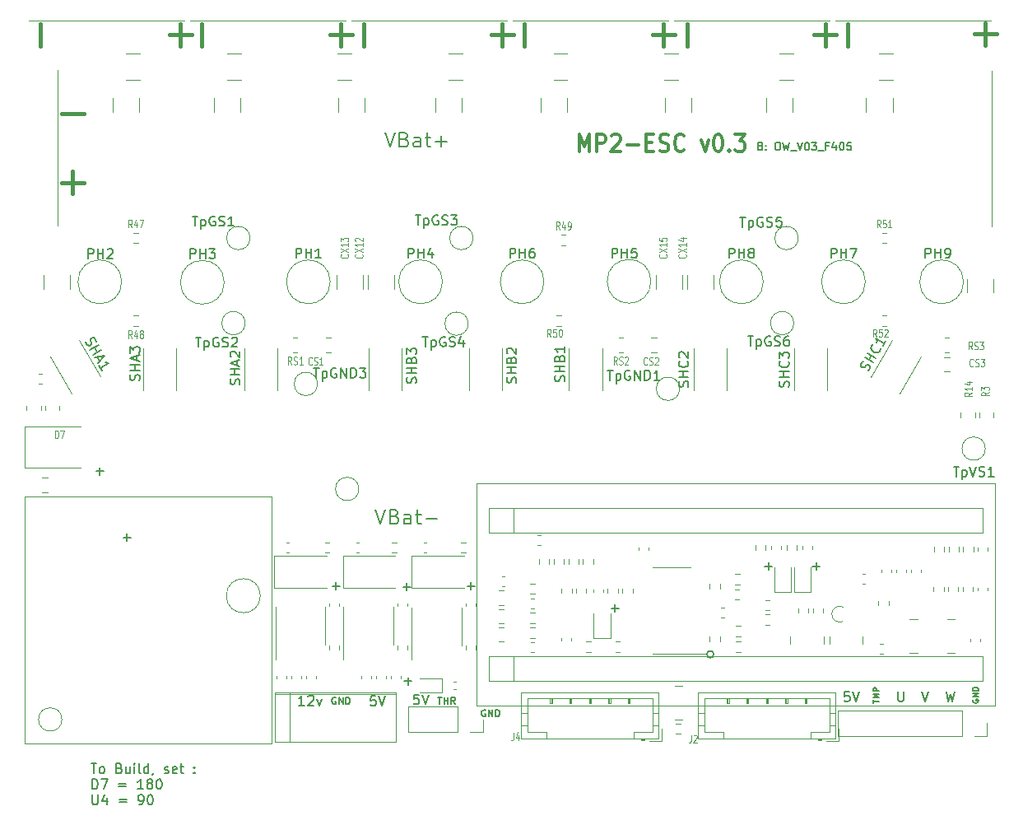
<source format=gbr>
%TF.GenerationSoftware,KiCad,Pcbnew,(6.0.7-1)-1*%
%TF.CreationDate,2023-01-28T14:38:12-05:00*%
%TF.ProjectId,CCC_ESC,4343435f-4553-4432-9e6b-696361645f70,rev?*%
%TF.SameCoordinates,Original*%
%TF.FileFunction,Legend,Top*%
%TF.FilePolarity,Positive*%
%FSLAX46Y46*%
G04 Gerber Fmt 4.6, Leading zero omitted, Abs format (unit mm)*
G04 Created by KiCad (PCBNEW (6.0.7-1)-1) date 2023-01-28 14:38:12*
%MOMM*%
%LPD*%
G01*
G04 APERTURE LIST*
%ADD10C,0.150000*%
%ADD11C,0.200000*%
%ADD12C,0.140000*%
%ADD13C,0.300000*%
%ADD14C,0.400000*%
%ADD15C,0.120000*%
G04 APERTURE END LIST*
D10*
X82066666Y-117250000D02*
X82000000Y-117216666D01*
X81900000Y-117216666D01*
X81800000Y-117250000D01*
X81733333Y-117316666D01*
X81700000Y-117383333D01*
X81666666Y-117516666D01*
X81666666Y-117616666D01*
X81700000Y-117750000D01*
X81733333Y-117816666D01*
X81800000Y-117883333D01*
X81900000Y-117916666D01*
X81966666Y-117916666D01*
X82066666Y-117883333D01*
X82100000Y-117850000D01*
X82100000Y-117616666D01*
X81966666Y-117616666D01*
X82400000Y-117916666D02*
X82400000Y-117216666D01*
X82800000Y-117916666D01*
X82800000Y-117216666D01*
X83133333Y-117916666D02*
X83133333Y-117216666D01*
X83300000Y-117216666D01*
X83400000Y-117250000D01*
X83466666Y-117316666D01*
X83500000Y-117383333D01*
X83533333Y-117516666D01*
X83533333Y-117616666D01*
X83500000Y-117750000D01*
X83466666Y-117816666D01*
X83400000Y-117883333D01*
X83300000Y-117916666D01*
X83133333Y-117916666D01*
X92583333Y-117216666D02*
X92983333Y-117216666D01*
X92783333Y-117916666D02*
X92783333Y-117216666D01*
X93216666Y-117916666D02*
X93216666Y-117216666D01*
X93216666Y-117550000D02*
X93616666Y-117550000D01*
X93616666Y-117916666D02*
X93616666Y-117216666D01*
X94350000Y-117916666D02*
X94116666Y-117583333D01*
X93950000Y-117916666D02*
X93950000Y-117216666D01*
X94216666Y-117216666D01*
X94283333Y-117250000D01*
X94316666Y-117283333D01*
X94350000Y-117350000D01*
X94350000Y-117450000D01*
X94316666Y-117516666D01*
X94283333Y-117550000D01*
X94216666Y-117583333D01*
X93950000Y-117583333D01*
X120960555Y-112800000D02*
G75*
G03*
X120960555Y-112800000I-360555J0D01*
G01*
X56892738Y-124042380D02*
X57464166Y-124042380D01*
X57178452Y-125042380D02*
X57178452Y-124042380D01*
X57940357Y-125042380D02*
X57845119Y-124994761D01*
X57797500Y-124947142D01*
X57749880Y-124851904D01*
X57749880Y-124566190D01*
X57797500Y-124470952D01*
X57845119Y-124423333D01*
X57940357Y-124375714D01*
X58083214Y-124375714D01*
X58178452Y-124423333D01*
X58226071Y-124470952D01*
X58273690Y-124566190D01*
X58273690Y-124851904D01*
X58226071Y-124947142D01*
X58178452Y-124994761D01*
X58083214Y-125042380D01*
X57940357Y-125042380D01*
X59797500Y-124518571D02*
X59940357Y-124566190D01*
X59987976Y-124613809D01*
X60035595Y-124709047D01*
X60035595Y-124851904D01*
X59987976Y-124947142D01*
X59940357Y-124994761D01*
X59845119Y-125042380D01*
X59464166Y-125042380D01*
X59464166Y-124042380D01*
X59797500Y-124042380D01*
X59892738Y-124090000D01*
X59940357Y-124137619D01*
X59987976Y-124232857D01*
X59987976Y-124328095D01*
X59940357Y-124423333D01*
X59892738Y-124470952D01*
X59797500Y-124518571D01*
X59464166Y-124518571D01*
X60892738Y-124375714D02*
X60892738Y-125042380D01*
X60464166Y-124375714D02*
X60464166Y-124899523D01*
X60511785Y-124994761D01*
X60607023Y-125042380D01*
X60749880Y-125042380D01*
X60845119Y-124994761D01*
X60892738Y-124947142D01*
X61368928Y-125042380D02*
X61368928Y-124375714D01*
X61368928Y-124042380D02*
X61321309Y-124090000D01*
X61368928Y-124137619D01*
X61416547Y-124090000D01*
X61368928Y-124042380D01*
X61368928Y-124137619D01*
X61987976Y-125042380D02*
X61892738Y-124994761D01*
X61845119Y-124899523D01*
X61845119Y-124042380D01*
X62797500Y-125042380D02*
X62797500Y-124042380D01*
X62797500Y-124994761D02*
X62702261Y-125042380D01*
X62511785Y-125042380D01*
X62416547Y-124994761D01*
X62368928Y-124947142D01*
X62321309Y-124851904D01*
X62321309Y-124566190D01*
X62368928Y-124470952D01*
X62416547Y-124423333D01*
X62511785Y-124375714D01*
X62702261Y-124375714D01*
X62797500Y-124423333D01*
X63321309Y-124994761D02*
X63321309Y-125042380D01*
X63273690Y-125137619D01*
X63226071Y-125185238D01*
X64464166Y-124994761D02*
X64559404Y-125042380D01*
X64749880Y-125042380D01*
X64845119Y-124994761D01*
X64892738Y-124899523D01*
X64892738Y-124851904D01*
X64845119Y-124756666D01*
X64749880Y-124709047D01*
X64607023Y-124709047D01*
X64511785Y-124661428D01*
X64464166Y-124566190D01*
X64464166Y-124518571D01*
X64511785Y-124423333D01*
X64607023Y-124375714D01*
X64749880Y-124375714D01*
X64845119Y-124423333D01*
X65702261Y-124994761D02*
X65607023Y-125042380D01*
X65416547Y-125042380D01*
X65321309Y-124994761D01*
X65273690Y-124899523D01*
X65273690Y-124518571D01*
X65321309Y-124423333D01*
X65416547Y-124375714D01*
X65607023Y-124375714D01*
X65702261Y-124423333D01*
X65749880Y-124518571D01*
X65749880Y-124613809D01*
X65273690Y-124709047D01*
X66035595Y-124375714D02*
X66416547Y-124375714D01*
X66178452Y-124042380D02*
X66178452Y-124899523D01*
X66226071Y-124994761D01*
X66321309Y-125042380D01*
X66416547Y-125042380D01*
X67511785Y-124947142D02*
X67559404Y-124994761D01*
X67511785Y-125042380D01*
X67464166Y-124994761D01*
X67511785Y-124947142D01*
X67511785Y-125042380D01*
X67511785Y-124423333D02*
X67559404Y-124470952D01*
X67511785Y-124518571D01*
X67464166Y-124470952D01*
X67511785Y-124423333D01*
X67511785Y-124518571D01*
X57035595Y-126652380D02*
X57035595Y-125652380D01*
X57273690Y-125652380D01*
X57416547Y-125700000D01*
X57511785Y-125795238D01*
X57559404Y-125890476D01*
X57607023Y-126080952D01*
X57607023Y-126223809D01*
X57559404Y-126414285D01*
X57511785Y-126509523D01*
X57416547Y-126604761D01*
X57273690Y-126652380D01*
X57035595Y-126652380D01*
X57940357Y-125652380D02*
X58607023Y-125652380D01*
X58178452Y-126652380D01*
X59749880Y-126128571D02*
X60511785Y-126128571D01*
X60511785Y-126414285D02*
X59749880Y-126414285D01*
X62273690Y-126652380D02*
X61702261Y-126652380D01*
X61987976Y-126652380D02*
X61987976Y-125652380D01*
X61892738Y-125795238D01*
X61797500Y-125890476D01*
X61702261Y-125938095D01*
X62845119Y-126080952D02*
X62749880Y-126033333D01*
X62702261Y-125985714D01*
X62654642Y-125890476D01*
X62654642Y-125842857D01*
X62702261Y-125747619D01*
X62749880Y-125700000D01*
X62845119Y-125652380D01*
X63035595Y-125652380D01*
X63130833Y-125700000D01*
X63178452Y-125747619D01*
X63226071Y-125842857D01*
X63226071Y-125890476D01*
X63178452Y-125985714D01*
X63130833Y-126033333D01*
X63035595Y-126080952D01*
X62845119Y-126080952D01*
X62749880Y-126128571D01*
X62702261Y-126176190D01*
X62654642Y-126271428D01*
X62654642Y-126461904D01*
X62702261Y-126557142D01*
X62749880Y-126604761D01*
X62845119Y-126652380D01*
X63035595Y-126652380D01*
X63130833Y-126604761D01*
X63178452Y-126557142D01*
X63226071Y-126461904D01*
X63226071Y-126271428D01*
X63178452Y-126176190D01*
X63130833Y-126128571D01*
X63035595Y-126080952D01*
X63845119Y-125652380D02*
X63940357Y-125652380D01*
X64035595Y-125700000D01*
X64083214Y-125747619D01*
X64130833Y-125842857D01*
X64178452Y-126033333D01*
X64178452Y-126271428D01*
X64130833Y-126461904D01*
X64083214Y-126557142D01*
X64035595Y-126604761D01*
X63940357Y-126652380D01*
X63845119Y-126652380D01*
X63749880Y-126604761D01*
X63702261Y-126557142D01*
X63654642Y-126461904D01*
X63607023Y-126271428D01*
X63607023Y-126033333D01*
X63654642Y-125842857D01*
X63702261Y-125747619D01*
X63749880Y-125700000D01*
X63845119Y-125652380D01*
X57035595Y-127262380D02*
X57035595Y-128071904D01*
X57083214Y-128167142D01*
X57130833Y-128214761D01*
X57226071Y-128262380D01*
X57416547Y-128262380D01*
X57511785Y-128214761D01*
X57559404Y-128167142D01*
X57607023Y-128071904D01*
X57607023Y-127262380D01*
X58511785Y-127595714D02*
X58511785Y-128262380D01*
X58273690Y-127214761D02*
X58035595Y-127929047D01*
X58654642Y-127929047D01*
X59797500Y-127738571D02*
X60559404Y-127738571D01*
X60559404Y-128024285D02*
X59797500Y-128024285D01*
X61845119Y-128262380D02*
X62035595Y-128262380D01*
X62130833Y-128214761D01*
X62178452Y-128167142D01*
X62273690Y-128024285D01*
X62321309Y-127833809D01*
X62321309Y-127452857D01*
X62273690Y-127357619D01*
X62226071Y-127310000D01*
X62130833Y-127262380D01*
X61940357Y-127262380D01*
X61845119Y-127310000D01*
X61797500Y-127357619D01*
X61749880Y-127452857D01*
X61749880Y-127690952D01*
X61797500Y-127786190D01*
X61845119Y-127833809D01*
X61940357Y-127881428D01*
X62130833Y-127881428D01*
X62226071Y-127833809D01*
X62273690Y-127786190D01*
X62321309Y-127690952D01*
X62940357Y-127262380D02*
X63035595Y-127262380D01*
X63130833Y-127310000D01*
X63178452Y-127357619D01*
X63226071Y-127452857D01*
X63273690Y-127643333D01*
X63273690Y-127881428D01*
X63226071Y-128071904D01*
X63178452Y-128167142D01*
X63130833Y-128214761D01*
X63035595Y-128262380D01*
X62940357Y-128262380D01*
X62845119Y-128214761D01*
X62797500Y-128167142D01*
X62749880Y-128071904D01*
X62702261Y-127881428D01*
X62702261Y-127643333D01*
X62749880Y-127452857D01*
X62797500Y-127357619D01*
X62845119Y-127310000D01*
X62940357Y-127262380D01*
X57419047Y-93971428D02*
X58180952Y-93971428D01*
X57800000Y-94352380D02*
X57800000Y-93590476D01*
X142366666Y-116652380D02*
X142700000Y-117652380D01*
X143033333Y-116652380D01*
X60219047Y-100771428D02*
X60980952Y-100771428D01*
X60600000Y-101152380D02*
X60600000Y-100390476D01*
D11*
X87139285Y-59128571D02*
X87639285Y-60628571D01*
X88139285Y-59128571D01*
X89139285Y-59842857D02*
X89353571Y-59914285D01*
X89425000Y-59985714D01*
X89496428Y-60128571D01*
X89496428Y-60342857D01*
X89425000Y-60485714D01*
X89353571Y-60557142D01*
X89210714Y-60628571D01*
X88639285Y-60628571D01*
X88639285Y-59128571D01*
X89139285Y-59128571D01*
X89282142Y-59200000D01*
X89353571Y-59271428D01*
X89425000Y-59414285D01*
X89425000Y-59557142D01*
X89353571Y-59700000D01*
X89282142Y-59771428D01*
X89139285Y-59842857D01*
X88639285Y-59842857D01*
X90782142Y-60628571D02*
X90782142Y-59842857D01*
X90710714Y-59700000D01*
X90567857Y-59628571D01*
X90282142Y-59628571D01*
X90139285Y-59700000D01*
X90782142Y-60557142D02*
X90639285Y-60628571D01*
X90282142Y-60628571D01*
X90139285Y-60557142D01*
X90067857Y-60414285D01*
X90067857Y-60271428D01*
X90139285Y-60128571D01*
X90282142Y-60057142D01*
X90639285Y-60057142D01*
X90782142Y-59985714D01*
X91282142Y-59628571D02*
X91853571Y-59628571D01*
X91496428Y-59128571D02*
X91496428Y-60414285D01*
X91567857Y-60557142D01*
X91710714Y-60628571D01*
X91853571Y-60628571D01*
X92353571Y-60057142D02*
X93496428Y-60057142D01*
X92925000Y-60628571D02*
X92925000Y-59485714D01*
D10*
X97466666Y-118550000D02*
X97400000Y-118516666D01*
X97300000Y-118516666D01*
X97200000Y-118550000D01*
X97133333Y-118616666D01*
X97100000Y-118683333D01*
X97066666Y-118816666D01*
X97066666Y-118916666D01*
X97100000Y-119050000D01*
X97133333Y-119116666D01*
X97200000Y-119183333D01*
X97300000Y-119216666D01*
X97366666Y-119216666D01*
X97466666Y-119183333D01*
X97500000Y-119150000D01*
X97500000Y-118916666D01*
X97366666Y-118916666D01*
X97800000Y-119216666D02*
X97800000Y-118516666D01*
X98200000Y-119216666D01*
X98200000Y-118516666D01*
X98533333Y-119216666D02*
X98533333Y-118516666D01*
X98700000Y-118516666D01*
X98800000Y-118550000D01*
X98866666Y-118616666D01*
X98900000Y-118683333D01*
X98933333Y-118816666D01*
X98933333Y-118916666D01*
X98900000Y-119050000D01*
X98866666Y-119116666D01*
X98800000Y-119183333D01*
X98700000Y-119216666D01*
X98533333Y-119216666D01*
X137371428Y-117814285D02*
X137371428Y-117471428D01*
X137971428Y-117642857D02*
X137371428Y-117642857D01*
X137971428Y-117271428D02*
X137371428Y-117271428D01*
X137800000Y-117071428D01*
X137371428Y-116871428D01*
X137971428Y-116871428D01*
X137971428Y-116585714D02*
X137371428Y-116585714D01*
X137371428Y-116357142D01*
X137400000Y-116300000D01*
X137428571Y-116271428D01*
X137485714Y-116242857D01*
X137571428Y-116242857D01*
X137628571Y-116271428D01*
X137657142Y-116300000D01*
X137685714Y-116357142D01*
X137685714Y-116585714D01*
D12*
X125785714Y-60542857D02*
X125900000Y-60580952D01*
X125938095Y-60619047D01*
X125976190Y-60695238D01*
X125976190Y-60809523D01*
X125938095Y-60885714D01*
X125900000Y-60923809D01*
X125823809Y-60961904D01*
X125519047Y-60961904D01*
X125519047Y-60161904D01*
X125785714Y-60161904D01*
X125861904Y-60200000D01*
X125900000Y-60238095D01*
X125938095Y-60314285D01*
X125938095Y-60390476D01*
X125900000Y-60466666D01*
X125861904Y-60504761D01*
X125785714Y-60542857D01*
X125519047Y-60542857D01*
X126319047Y-60885714D02*
X126357142Y-60923809D01*
X126319047Y-60961904D01*
X126280952Y-60923809D01*
X126319047Y-60885714D01*
X126319047Y-60961904D01*
X126319047Y-60466666D02*
X126357142Y-60504761D01*
X126319047Y-60542857D01*
X126280952Y-60504761D01*
X126319047Y-60466666D01*
X126319047Y-60542857D01*
X127461904Y-60161904D02*
X127614285Y-60161904D01*
X127690476Y-60200000D01*
X127766666Y-60276190D01*
X127804761Y-60428571D01*
X127804761Y-60695238D01*
X127766666Y-60847619D01*
X127690476Y-60923809D01*
X127614285Y-60961904D01*
X127461904Y-60961904D01*
X127385714Y-60923809D01*
X127309523Y-60847619D01*
X127271428Y-60695238D01*
X127271428Y-60428571D01*
X127309523Y-60276190D01*
X127385714Y-60200000D01*
X127461904Y-60161904D01*
X128071428Y-60161904D02*
X128261904Y-60961904D01*
X128414285Y-60390476D01*
X128566666Y-60961904D01*
X128757142Y-60161904D01*
X128871428Y-61038095D02*
X129480952Y-61038095D01*
X129557142Y-60161904D02*
X129823809Y-60961904D01*
X130090476Y-60161904D01*
X130509523Y-60161904D02*
X130585714Y-60161904D01*
X130661904Y-60200000D01*
X130700000Y-60238095D01*
X130738095Y-60314285D01*
X130776190Y-60466666D01*
X130776190Y-60657142D01*
X130738095Y-60809523D01*
X130700000Y-60885714D01*
X130661904Y-60923809D01*
X130585714Y-60961904D01*
X130509523Y-60961904D01*
X130433333Y-60923809D01*
X130395238Y-60885714D01*
X130357142Y-60809523D01*
X130319047Y-60657142D01*
X130319047Y-60466666D01*
X130357142Y-60314285D01*
X130395238Y-60238095D01*
X130433333Y-60200000D01*
X130509523Y-60161904D01*
X131042857Y-60161904D02*
X131538095Y-60161904D01*
X131271428Y-60466666D01*
X131385714Y-60466666D01*
X131461904Y-60504761D01*
X131500000Y-60542857D01*
X131538095Y-60619047D01*
X131538095Y-60809523D01*
X131500000Y-60885714D01*
X131461904Y-60923809D01*
X131385714Y-60961904D01*
X131157142Y-60961904D01*
X131080952Y-60923809D01*
X131042857Y-60885714D01*
X131690476Y-61038095D02*
X132300000Y-61038095D01*
X132757142Y-60542857D02*
X132490476Y-60542857D01*
X132490476Y-60961904D02*
X132490476Y-60161904D01*
X132871428Y-60161904D01*
X133519047Y-60428571D02*
X133519047Y-60961904D01*
X133328571Y-60123809D02*
X133138095Y-60695238D01*
X133633333Y-60695238D01*
X134090476Y-60161904D02*
X134166666Y-60161904D01*
X134242857Y-60200000D01*
X134280952Y-60238095D01*
X134319047Y-60314285D01*
X134357142Y-60466666D01*
X134357142Y-60657142D01*
X134319047Y-60809523D01*
X134280952Y-60885714D01*
X134242857Y-60923809D01*
X134166666Y-60961904D01*
X134090476Y-60961904D01*
X134014285Y-60923809D01*
X133976190Y-60885714D01*
X133938095Y-60809523D01*
X133900000Y-60657142D01*
X133900000Y-60466666D01*
X133938095Y-60314285D01*
X133976190Y-60238095D01*
X134014285Y-60200000D01*
X134090476Y-60161904D01*
X135080952Y-60161904D02*
X134700000Y-60161904D01*
X134661904Y-60542857D01*
X134700000Y-60504761D01*
X134776190Y-60466666D01*
X134966666Y-60466666D01*
X135042857Y-60504761D01*
X135080952Y-60542857D01*
X135119047Y-60619047D01*
X135119047Y-60809523D01*
X135080952Y-60885714D01*
X135042857Y-60923809D01*
X134966666Y-60961904D01*
X134776190Y-60961904D01*
X134700000Y-60923809D01*
X134661904Y-60885714D01*
D10*
X144871428Y-116652380D02*
X145109523Y-117652380D01*
X145300000Y-116938095D01*
X145490476Y-117652380D01*
X145728571Y-116652380D01*
X110419047Y-108071428D02*
X111180952Y-108071428D01*
X110800000Y-108452380D02*
X110800000Y-107690476D01*
X126219047Y-103771428D02*
X126980952Y-103771428D01*
X126600000Y-104152380D02*
X126600000Y-103390476D01*
D11*
X86139285Y-97903571D02*
X86639285Y-99403571D01*
X87139285Y-97903571D01*
X88139285Y-98617857D02*
X88353571Y-98689285D01*
X88425000Y-98760714D01*
X88496428Y-98903571D01*
X88496428Y-99117857D01*
X88425000Y-99260714D01*
X88353571Y-99332142D01*
X88210714Y-99403571D01*
X87639285Y-99403571D01*
X87639285Y-97903571D01*
X88139285Y-97903571D01*
X88282142Y-97975000D01*
X88353571Y-98046428D01*
X88425000Y-98189285D01*
X88425000Y-98332142D01*
X88353571Y-98475000D01*
X88282142Y-98546428D01*
X88139285Y-98617857D01*
X87639285Y-98617857D01*
X89782142Y-99403571D02*
X89782142Y-98617857D01*
X89710714Y-98475000D01*
X89567857Y-98403571D01*
X89282142Y-98403571D01*
X89139285Y-98475000D01*
X89782142Y-99332142D02*
X89639285Y-99403571D01*
X89282142Y-99403571D01*
X89139285Y-99332142D01*
X89067857Y-99189285D01*
X89067857Y-99046428D01*
X89139285Y-98903571D01*
X89282142Y-98832142D01*
X89639285Y-98832142D01*
X89782142Y-98760714D01*
X90282142Y-98403571D02*
X90853571Y-98403571D01*
X90496428Y-97903571D02*
X90496428Y-99189285D01*
X90567857Y-99332142D01*
X90710714Y-99403571D01*
X90853571Y-99403571D01*
X91353571Y-98832142D02*
X92496428Y-98832142D01*
D10*
X139914285Y-116652380D02*
X139914285Y-117461904D01*
X139961904Y-117557142D01*
X140009523Y-117604761D01*
X140104761Y-117652380D01*
X140295238Y-117652380D01*
X140390476Y-117604761D01*
X140438095Y-117557142D01*
X140485714Y-117461904D01*
X140485714Y-116652380D01*
X89019047Y-105871428D02*
X89780952Y-105871428D01*
X89400000Y-106252380D02*
X89400000Y-105490476D01*
X131119047Y-103771428D02*
X131880952Y-103771428D01*
X131500000Y-104152380D02*
X131500000Y-103390476D01*
X81719047Y-105771428D02*
X82480952Y-105771428D01*
X82100000Y-106152380D02*
X82100000Y-105390476D01*
X147600000Y-117457142D02*
X147571428Y-117514285D01*
X147571428Y-117600000D01*
X147600000Y-117685714D01*
X147657142Y-117742857D01*
X147714285Y-117771428D01*
X147828571Y-117800000D01*
X147914285Y-117800000D01*
X148028571Y-117771428D01*
X148085714Y-117742857D01*
X148142857Y-117685714D01*
X148171428Y-117600000D01*
X148171428Y-117542857D01*
X148142857Y-117457142D01*
X148114285Y-117428571D01*
X147914285Y-117428571D01*
X147914285Y-117542857D01*
X148171428Y-117171428D02*
X147571428Y-117171428D01*
X148171428Y-116828571D01*
X147571428Y-116828571D01*
X148171428Y-116542857D02*
X147571428Y-116542857D01*
X147571428Y-116400000D01*
X147600000Y-116314285D01*
X147657142Y-116257142D01*
X147714285Y-116228571D01*
X147828571Y-116200000D01*
X147914285Y-116200000D01*
X148028571Y-116228571D01*
X148085714Y-116257142D01*
X148142857Y-116314285D01*
X148171428Y-116400000D01*
X148171428Y-116542857D01*
X90609523Y-116952380D02*
X90133333Y-116952380D01*
X90085714Y-117428571D01*
X90133333Y-117380952D01*
X90228571Y-117333333D01*
X90466666Y-117333333D01*
X90561904Y-117380952D01*
X90609523Y-117428571D01*
X90657142Y-117523809D01*
X90657142Y-117761904D01*
X90609523Y-117857142D01*
X90561904Y-117904761D01*
X90466666Y-117952380D01*
X90228571Y-117952380D01*
X90133333Y-117904761D01*
X90085714Y-117857142D01*
X90942857Y-116952380D02*
X91276190Y-117952380D01*
X91609523Y-116952380D01*
X95619047Y-105771428D02*
X96380952Y-105771428D01*
X96000000Y-106152380D02*
X96000000Y-105390476D01*
X89119047Y-115571428D02*
X89880952Y-115571428D01*
X89500000Y-115952380D02*
X89500000Y-115190476D01*
X134909523Y-116652380D02*
X134433333Y-116652380D01*
X134385714Y-117128571D01*
X134433333Y-117080952D01*
X134528571Y-117033333D01*
X134766666Y-117033333D01*
X134861904Y-117080952D01*
X134909523Y-117128571D01*
X134957142Y-117223809D01*
X134957142Y-117461904D01*
X134909523Y-117557142D01*
X134861904Y-117604761D01*
X134766666Y-117652380D01*
X134528571Y-117652380D01*
X134433333Y-117604761D01*
X134385714Y-117557142D01*
X135242857Y-116652380D02*
X135576190Y-117652380D01*
X135909523Y-116652380D01*
D13*
X107104761Y-61114285D02*
X107104761Y-59314285D01*
X107638095Y-60600000D01*
X108171428Y-59314285D01*
X108171428Y-61114285D01*
X108933333Y-61114285D02*
X108933333Y-59314285D01*
X109542857Y-59314285D01*
X109695238Y-59400000D01*
X109771428Y-59485714D01*
X109847619Y-59657142D01*
X109847619Y-59914285D01*
X109771428Y-60085714D01*
X109695238Y-60171428D01*
X109542857Y-60257142D01*
X108933333Y-60257142D01*
X110457142Y-59485714D02*
X110533333Y-59400000D01*
X110685714Y-59314285D01*
X111066666Y-59314285D01*
X111219047Y-59400000D01*
X111295238Y-59485714D01*
X111371428Y-59657142D01*
X111371428Y-59828571D01*
X111295238Y-60085714D01*
X110380952Y-61114285D01*
X111371428Y-61114285D01*
X112057142Y-60428571D02*
X113276190Y-60428571D01*
X114038095Y-60171428D02*
X114571428Y-60171428D01*
X114800000Y-61114285D02*
X114038095Y-61114285D01*
X114038095Y-59314285D01*
X114800000Y-59314285D01*
X115409523Y-61028571D02*
X115638095Y-61114285D01*
X116019047Y-61114285D01*
X116171428Y-61028571D01*
X116247619Y-60942857D01*
X116323809Y-60771428D01*
X116323809Y-60600000D01*
X116247619Y-60428571D01*
X116171428Y-60342857D01*
X116019047Y-60257142D01*
X115714285Y-60171428D01*
X115561904Y-60085714D01*
X115485714Y-60000000D01*
X115409523Y-59828571D01*
X115409523Y-59657142D01*
X115485714Y-59485714D01*
X115561904Y-59400000D01*
X115714285Y-59314285D01*
X116095238Y-59314285D01*
X116323809Y-59400000D01*
X117923809Y-60942857D02*
X117847619Y-61028571D01*
X117619047Y-61114285D01*
X117466666Y-61114285D01*
X117238095Y-61028571D01*
X117085714Y-60857142D01*
X117009523Y-60685714D01*
X116933333Y-60342857D01*
X116933333Y-60085714D01*
X117009523Y-59742857D01*
X117085714Y-59571428D01*
X117238095Y-59400000D01*
X117466666Y-59314285D01*
X117619047Y-59314285D01*
X117847619Y-59400000D01*
X117923809Y-59485714D01*
X119676190Y-59914285D02*
X120057142Y-61114285D01*
X120438095Y-59914285D01*
X121352380Y-59314285D02*
X121504761Y-59314285D01*
X121657142Y-59400000D01*
X121733333Y-59485714D01*
X121809523Y-59657142D01*
X121885714Y-60000000D01*
X121885714Y-60428571D01*
X121809523Y-60771428D01*
X121733333Y-60942857D01*
X121657142Y-61028571D01*
X121504761Y-61114285D01*
X121352380Y-61114285D01*
X121200000Y-61028571D01*
X121123809Y-60942857D01*
X121047619Y-60771428D01*
X120971428Y-60428571D01*
X120971428Y-60000000D01*
X121047619Y-59657142D01*
X121123809Y-59485714D01*
X121200000Y-59400000D01*
X121352380Y-59314285D01*
X122571428Y-60942857D02*
X122647619Y-61028571D01*
X122571428Y-61114285D01*
X122495238Y-61028571D01*
X122571428Y-60942857D01*
X122571428Y-61114285D01*
X123180952Y-59314285D02*
X124171428Y-59314285D01*
X123638095Y-60000000D01*
X123866666Y-60000000D01*
X124019047Y-60085714D01*
X124095238Y-60171428D01*
X124171428Y-60342857D01*
X124171428Y-60771428D01*
X124095238Y-60942857D01*
X124019047Y-61028571D01*
X123866666Y-61114285D01*
X123409523Y-61114285D01*
X123257142Y-61028571D01*
X123180952Y-60942857D01*
D10*
%TO.C,SHA2*%
X72154761Y-85064285D02*
X72202380Y-84921428D01*
X72202380Y-84683333D01*
X72154761Y-84588095D01*
X72107142Y-84540476D01*
X72011904Y-84492857D01*
X71916666Y-84492857D01*
X71821428Y-84540476D01*
X71773809Y-84588095D01*
X71726190Y-84683333D01*
X71678571Y-84873809D01*
X71630952Y-84969047D01*
X71583333Y-85016666D01*
X71488095Y-85064285D01*
X71392857Y-85064285D01*
X71297619Y-85016666D01*
X71250000Y-84969047D01*
X71202380Y-84873809D01*
X71202380Y-84635714D01*
X71250000Y-84492857D01*
X72202380Y-84064285D02*
X71202380Y-84064285D01*
X71678571Y-84064285D02*
X71678571Y-83492857D01*
X72202380Y-83492857D02*
X71202380Y-83492857D01*
X71916666Y-83064285D02*
X71916666Y-82588095D01*
X72202380Y-83159523D02*
X71202380Y-82826190D01*
X72202380Y-82492857D01*
X71297619Y-82207142D02*
X71250000Y-82159523D01*
X71202380Y-82064285D01*
X71202380Y-81826190D01*
X71250000Y-81730952D01*
X71297619Y-81683333D01*
X71392857Y-81635714D01*
X71488095Y-81635714D01*
X71630952Y-81683333D01*
X72202380Y-82254761D01*
X72202380Y-81635714D01*
D14*
%TO.C,CX1*%
X53852142Y-57209285D02*
X56137857Y-57209285D01*
X53857142Y-64314285D02*
X56142857Y-64314285D01*
X55000000Y-65457142D02*
X55000000Y-63171428D01*
D15*
%TO.C,R3*%
X149261904Y-85850000D02*
X148880952Y-86050000D01*
X149261904Y-86192857D02*
X148461904Y-86192857D01*
X148461904Y-85964285D01*
X148500000Y-85907142D01*
X148538095Y-85878571D01*
X148614285Y-85850000D01*
X148728571Y-85850000D01*
X148804761Y-85878571D01*
X148842857Y-85907142D01*
X148880952Y-85964285D01*
X148880952Y-86192857D01*
X148461904Y-85650000D02*
X148461904Y-85278571D01*
X148766666Y-85478571D01*
X148766666Y-85392857D01*
X148804761Y-85335714D01*
X148842857Y-85307142D01*
X148919047Y-85278571D01*
X149109523Y-85278571D01*
X149185714Y-85307142D01*
X149223809Y-85335714D01*
X149261904Y-85392857D01*
X149261904Y-85564285D01*
X149223809Y-85621428D01*
X149185714Y-85650000D01*
D14*
%TO.C,CX4*%
X99214285Y-50242857D02*
X99214285Y-47957142D01*
X100357142Y-49100000D02*
X98071428Y-49100000D01*
X84914285Y-50242857D02*
X84914285Y-47957142D01*
D10*
%TO.C,SHC1*%
X136819407Y-83648854D02*
X136932075Y-83548946D01*
X137051123Y-83342749D01*
X137057503Y-83236461D01*
X137040073Y-83171413D01*
X136981404Y-83082554D01*
X136898925Y-83034935D01*
X136792637Y-83028555D01*
X136727588Y-83045985D01*
X136638730Y-83104654D01*
X136502252Y-83245802D01*
X136413394Y-83304471D01*
X136348345Y-83321901D01*
X136242057Y-83315521D01*
X136159579Y-83267902D01*
X136100909Y-83179044D01*
X136083480Y-83113995D01*
X136089859Y-83007707D01*
X136208907Y-82801510D01*
X136321575Y-82701602D01*
X137360647Y-82806639D02*
X136494621Y-82306639D01*
X136907014Y-82544734D02*
X137192729Y-82049862D01*
X137646361Y-82311767D02*
X136780336Y-81811767D01*
X138087692Y-81356883D02*
X138105122Y-81421932D01*
X138074932Y-81569459D01*
X138027313Y-81651938D01*
X137914646Y-81751846D01*
X137784548Y-81786706D01*
X137678260Y-81780326D01*
X137489493Y-81726327D01*
X137365775Y-81654899D01*
X137224627Y-81518421D01*
X137165958Y-81429563D01*
X137131099Y-81299465D01*
X137161288Y-81151938D01*
X137208907Y-81069459D01*
X137321575Y-80969551D01*
X137386624Y-80952121D01*
X138646361Y-80579716D02*
X138360647Y-81074588D01*
X138503504Y-80827152D02*
X137637478Y-80327152D01*
X137713577Y-80481059D01*
X137748437Y-80611157D01*
X137742057Y-80717445D01*
%TO.C,TpGND3*%
X79786904Y-83352380D02*
X80358333Y-83352380D01*
X80072619Y-84352380D02*
X80072619Y-83352380D01*
X80691666Y-83685714D02*
X80691666Y-84685714D01*
X80691666Y-83733333D02*
X80786904Y-83685714D01*
X80977380Y-83685714D01*
X81072619Y-83733333D01*
X81120238Y-83780952D01*
X81167857Y-83876190D01*
X81167857Y-84161904D01*
X81120238Y-84257142D01*
X81072619Y-84304761D01*
X80977380Y-84352380D01*
X80786904Y-84352380D01*
X80691666Y-84304761D01*
X82120238Y-83400000D02*
X82025000Y-83352380D01*
X81882142Y-83352380D01*
X81739285Y-83400000D01*
X81644047Y-83495238D01*
X81596428Y-83590476D01*
X81548809Y-83780952D01*
X81548809Y-83923809D01*
X81596428Y-84114285D01*
X81644047Y-84209523D01*
X81739285Y-84304761D01*
X81882142Y-84352380D01*
X81977380Y-84352380D01*
X82120238Y-84304761D01*
X82167857Y-84257142D01*
X82167857Y-83923809D01*
X81977380Y-83923809D01*
X82596428Y-84352380D02*
X82596428Y-83352380D01*
X83167857Y-84352380D01*
X83167857Y-83352380D01*
X83644047Y-84352380D02*
X83644047Y-83352380D01*
X83882142Y-83352380D01*
X84025000Y-83400000D01*
X84120238Y-83495238D01*
X84167857Y-83590476D01*
X84215476Y-83780952D01*
X84215476Y-83923809D01*
X84167857Y-84114285D01*
X84120238Y-84209523D01*
X84025000Y-84304761D01*
X83882142Y-84352380D01*
X83644047Y-84352380D01*
X84548809Y-83352380D02*
X85167857Y-83352380D01*
X84834523Y-83733333D01*
X84977380Y-83733333D01*
X85072619Y-83780952D01*
X85120238Y-83828571D01*
X85167857Y-83923809D01*
X85167857Y-84161904D01*
X85120238Y-84257142D01*
X85072619Y-84304761D01*
X84977380Y-84352380D01*
X84691666Y-84352380D01*
X84596428Y-84304761D01*
X84548809Y-84257142D01*
%TO.C,PH9*%
X142738095Y-72052380D02*
X142738095Y-71052380D01*
X143119047Y-71052380D01*
X143214285Y-71100000D01*
X143261904Y-71147619D01*
X143309523Y-71242857D01*
X143309523Y-71385714D01*
X143261904Y-71480952D01*
X143214285Y-71528571D01*
X143119047Y-71576190D01*
X142738095Y-71576190D01*
X143738095Y-72052380D02*
X143738095Y-71052380D01*
X143738095Y-71528571D02*
X144309523Y-71528571D01*
X144309523Y-72052380D02*
X144309523Y-71052380D01*
X144833333Y-72052380D02*
X145023809Y-72052380D01*
X145119047Y-72004761D01*
X145166666Y-71957142D01*
X145261904Y-71814285D01*
X145309523Y-71623809D01*
X145309523Y-71242857D01*
X145261904Y-71147619D01*
X145214285Y-71100000D01*
X145119047Y-71052380D01*
X144928571Y-71052380D01*
X144833333Y-71100000D01*
X144785714Y-71147619D01*
X144738095Y-71242857D01*
X144738095Y-71480952D01*
X144785714Y-71576190D01*
X144833333Y-71623809D01*
X144928571Y-71671428D01*
X145119047Y-71671428D01*
X145214285Y-71623809D01*
X145261904Y-71576190D01*
X145309523Y-71480952D01*
%TO.C,SHB1*%
X105579761Y-84735714D02*
X105627380Y-84592857D01*
X105627380Y-84354761D01*
X105579761Y-84259523D01*
X105532142Y-84211904D01*
X105436904Y-84164285D01*
X105341666Y-84164285D01*
X105246428Y-84211904D01*
X105198809Y-84259523D01*
X105151190Y-84354761D01*
X105103571Y-84545238D01*
X105055952Y-84640476D01*
X105008333Y-84688095D01*
X104913095Y-84735714D01*
X104817857Y-84735714D01*
X104722619Y-84688095D01*
X104675000Y-84640476D01*
X104627380Y-84545238D01*
X104627380Y-84307142D01*
X104675000Y-84164285D01*
X105627380Y-83735714D02*
X104627380Y-83735714D01*
X105103571Y-83735714D02*
X105103571Y-83164285D01*
X105627380Y-83164285D02*
X104627380Y-83164285D01*
X105103571Y-82354761D02*
X105151190Y-82211904D01*
X105198809Y-82164285D01*
X105294047Y-82116666D01*
X105436904Y-82116666D01*
X105532142Y-82164285D01*
X105579761Y-82211904D01*
X105627380Y-82307142D01*
X105627380Y-82688095D01*
X104627380Y-82688095D01*
X104627380Y-82354761D01*
X104675000Y-82259523D01*
X104722619Y-82211904D01*
X104817857Y-82164285D01*
X104913095Y-82164285D01*
X105008333Y-82211904D01*
X105055952Y-82259523D01*
X105103571Y-82354761D01*
X105103571Y-82688095D01*
X105627380Y-81164285D02*
X105627380Y-81735714D01*
X105627380Y-81450000D02*
X104627380Y-81450000D01*
X104770238Y-81545238D01*
X104865476Y-81640476D01*
X104913095Y-81735714D01*
D15*
%TO.C,CX13*%
X83285714Y-71671428D02*
X83323809Y-71700000D01*
X83361904Y-71785714D01*
X83361904Y-71842857D01*
X83323809Y-71928571D01*
X83247619Y-71985714D01*
X83171428Y-72014285D01*
X83019047Y-72042857D01*
X82904761Y-72042857D01*
X82752380Y-72014285D01*
X82676190Y-71985714D01*
X82600000Y-71928571D01*
X82561904Y-71842857D01*
X82561904Y-71785714D01*
X82600000Y-71700000D01*
X82638095Y-71671428D01*
X82561904Y-71471428D02*
X83361904Y-71071428D01*
X82561904Y-71071428D02*
X83361904Y-71471428D01*
X83361904Y-70528571D02*
X83361904Y-70871428D01*
X83361904Y-70700000D02*
X82561904Y-70700000D01*
X82676190Y-70757142D01*
X82752380Y-70814285D01*
X82790476Y-70871428D01*
X82561904Y-70328571D02*
X82561904Y-69957142D01*
X82866666Y-70157142D01*
X82866666Y-70071428D01*
X82904761Y-70014285D01*
X82942857Y-69985714D01*
X83019047Y-69957142D01*
X83209523Y-69957142D01*
X83285714Y-69985714D01*
X83323809Y-70014285D01*
X83361904Y-70071428D01*
X83361904Y-70242857D01*
X83323809Y-70300000D01*
X83285714Y-70328571D01*
D10*
%TO.C,PH4*%
X89538095Y-72054380D02*
X89538095Y-71054380D01*
X89919047Y-71054380D01*
X90014285Y-71102000D01*
X90061904Y-71149619D01*
X90109523Y-71244857D01*
X90109523Y-71387714D01*
X90061904Y-71482952D01*
X90014285Y-71530571D01*
X89919047Y-71578190D01*
X89538095Y-71578190D01*
X90538095Y-72054380D02*
X90538095Y-71054380D01*
X90538095Y-71530571D02*
X91109523Y-71530571D01*
X91109523Y-72054380D02*
X91109523Y-71054380D01*
X92014285Y-71387714D02*
X92014285Y-72054380D01*
X91776190Y-71006761D02*
X91538095Y-71721047D01*
X92157142Y-71721047D01*
%TO.C,SHB2*%
X100604761Y-84885714D02*
X100652380Y-84742857D01*
X100652380Y-84504761D01*
X100604761Y-84409523D01*
X100557142Y-84361904D01*
X100461904Y-84314285D01*
X100366666Y-84314285D01*
X100271428Y-84361904D01*
X100223809Y-84409523D01*
X100176190Y-84504761D01*
X100128571Y-84695238D01*
X100080952Y-84790476D01*
X100033333Y-84838095D01*
X99938095Y-84885714D01*
X99842857Y-84885714D01*
X99747619Y-84838095D01*
X99700000Y-84790476D01*
X99652380Y-84695238D01*
X99652380Y-84457142D01*
X99700000Y-84314285D01*
X100652380Y-83885714D02*
X99652380Y-83885714D01*
X100128571Y-83885714D02*
X100128571Y-83314285D01*
X100652380Y-83314285D02*
X99652380Y-83314285D01*
X100128571Y-82504761D02*
X100176190Y-82361904D01*
X100223809Y-82314285D01*
X100319047Y-82266666D01*
X100461904Y-82266666D01*
X100557142Y-82314285D01*
X100604761Y-82361904D01*
X100652380Y-82457142D01*
X100652380Y-82838095D01*
X99652380Y-82838095D01*
X99652380Y-82504761D01*
X99700000Y-82409523D01*
X99747619Y-82361904D01*
X99842857Y-82314285D01*
X99938095Y-82314285D01*
X100033333Y-82361904D01*
X100080952Y-82409523D01*
X100128571Y-82504761D01*
X100128571Y-82838095D01*
X99747619Y-81885714D02*
X99700000Y-81838095D01*
X99652380Y-81742857D01*
X99652380Y-81504761D01*
X99700000Y-81409523D01*
X99747619Y-81361904D01*
X99842857Y-81314285D01*
X99938095Y-81314285D01*
X100080952Y-81361904D01*
X100652380Y-81933333D01*
X100652380Y-81314285D01*
D15*
%TO.C,RS3*%
X147544285Y-81461904D02*
X147344285Y-81080952D01*
X147201428Y-81461904D02*
X147201428Y-80661904D01*
X147430000Y-80661904D01*
X147487142Y-80700000D01*
X147515714Y-80738095D01*
X147544285Y-80814285D01*
X147544285Y-80928571D01*
X147515714Y-81004761D01*
X147487142Y-81042857D01*
X147430000Y-81080952D01*
X147201428Y-81080952D01*
X147772857Y-81423809D02*
X147858571Y-81461904D01*
X148001428Y-81461904D01*
X148058571Y-81423809D01*
X148087142Y-81385714D01*
X148115714Y-81309523D01*
X148115714Y-81233333D01*
X148087142Y-81157142D01*
X148058571Y-81119047D01*
X148001428Y-81080952D01*
X147887142Y-81042857D01*
X147830000Y-81004761D01*
X147801428Y-80966666D01*
X147772857Y-80890476D01*
X147772857Y-80814285D01*
X147801428Y-80738095D01*
X147830000Y-80700000D01*
X147887142Y-80661904D01*
X148030000Y-80661904D01*
X148115714Y-80700000D01*
X148315714Y-80661904D02*
X148687142Y-80661904D01*
X148487142Y-80966666D01*
X148572857Y-80966666D01*
X148630000Y-81004761D01*
X148658571Y-81042857D01*
X148687142Y-81119047D01*
X148687142Y-81309523D01*
X148658571Y-81385714D01*
X148630000Y-81423809D01*
X148572857Y-81461904D01*
X148401428Y-81461904D01*
X148344285Y-81423809D01*
X148315714Y-81385714D01*
D10*
%TO.C,TpGS1*%
X67309523Y-67752380D02*
X67880952Y-67752380D01*
X67595238Y-68752380D02*
X67595238Y-67752380D01*
X68214285Y-68085714D02*
X68214285Y-69085714D01*
X68214285Y-68133333D02*
X68309523Y-68085714D01*
X68500000Y-68085714D01*
X68595238Y-68133333D01*
X68642857Y-68180952D01*
X68690476Y-68276190D01*
X68690476Y-68561904D01*
X68642857Y-68657142D01*
X68595238Y-68704761D01*
X68500000Y-68752380D01*
X68309523Y-68752380D01*
X68214285Y-68704761D01*
X69642857Y-67800000D02*
X69547619Y-67752380D01*
X69404761Y-67752380D01*
X69261904Y-67800000D01*
X69166666Y-67895238D01*
X69119047Y-67990476D01*
X69071428Y-68180952D01*
X69071428Y-68323809D01*
X69119047Y-68514285D01*
X69166666Y-68609523D01*
X69261904Y-68704761D01*
X69404761Y-68752380D01*
X69500000Y-68752380D01*
X69642857Y-68704761D01*
X69690476Y-68657142D01*
X69690476Y-68323809D01*
X69500000Y-68323809D01*
X70071428Y-68704761D02*
X70214285Y-68752380D01*
X70452380Y-68752380D01*
X70547619Y-68704761D01*
X70595238Y-68657142D01*
X70642857Y-68561904D01*
X70642857Y-68466666D01*
X70595238Y-68371428D01*
X70547619Y-68323809D01*
X70452380Y-68276190D01*
X70261904Y-68228571D01*
X70166666Y-68180952D01*
X70119047Y-68133333D01*
X70071428Y-68038095D01*
X70071428Y-67942857D01*
X70119047Y-67847619D01*
X70166666Y-67800000D01*
X70261904Y-67752380D01*
X70500000Y-67752380D01*
X70642857Y-67800000D01*
X71595238Y-68752380D02*
X71023809Y-68752380D01*
X71309523Y-68752380D02*
X71309523Y-67752380D01*
X71214285Y-67895238D01*
X71119047Y-67990476D01*
X71023809Y-68038095D01*
D15*
%TO.C,J4*%
X100369000Y-120840164D02*
X100369000Y-121411593D01*
X100340428Y-121525879D01*
X100283285Y-121602069D01*
X100197571Y-121640164D01*
X100140428Y-121640164D01*
X100911857Y-121106831D02*
X100911857Y-121640164D01*
X100769000Y-120802069D02*
X100626142Y-121373498D01*
X100997571Y-121373498D01*
D10*
%TO.C,SHC3*%
X128654761Y-85298214D02*
X128702380Y-85155357D01*
X128702380Y-84917261D01*
X128654761Y-84822023D01*
X128607142Y-84774404D01*
X128511904Y-84726785D01*
X128416666Y-84726785D01*
X128321428Y-84774404D01*
X128273809Y-84822023D01*
X128226190Y-84917261D01*
X128178571Y-85107738D01*
X128130952Y-85202976D01*
X128083333Y-85250595D01*
X127988095Y-85298214D01*
X127892857Y-85298214D01*
X127797619Y-85250595D01*
X127750000Y-85202976D01*
X127702380Y-85107738D01*
X127702380Y-84869642D01*
X127750000Y-84726785D01*
X128702380Y-84298214D02*
X127702380Y-84298214D01*
X128178571Y-84298214D02*
X128178571Y-83726785D01*
X128702380Y-83726785D02*
X127702380Y-83726785D01*
X128607142Y-82679166D02*
X128654761Y-82726785D01*
X128702380Y-82869642D01*
X128702380Y-82964880D01*
X128654761Y-83107738D01*
X128559523Y-83202976D01*
X128464285Y-83250595D01*
X128273809Y-83298214D01*
X128130952Y-83298214D01*
X127940476Y-83250595D01*
X127845238Y-83202976D01*
X127750000Y-83107738D01*
X127702380Y-82964880D01*
X127702380Y-82869642D01*
X127750000Y-82726785D01*
X127797619Y-82679166D01*
X127702380Y-82345833D02*
X127702380Y-81726785D01*
X128083333Y-82060119D01*
X128083333Y-81917261D01*
X128130952Y-81822023D01*
X128178571Y-81774404D01*
X128273809Y-81726785D01*
X128511904Y-81726785D01*
X128607142Y-81774404D01*
X128654761Y-81822023D01*
X128702380Y-81917261D01*
X128702380Y-82202976D01*
X128654761Y-82298214D01*
X128607142Y-82345833D01*
D14*
%TO.C,CX5*%
X115814285Y-50242857D02*
X115814285Y-47957142D01*
X116957142Y-49100000D02*
X114671428Y-49100000D01*
X101485714Y-47957142D02*
X101485714Y-50242857D01*
%TO.C,CX7*%
X134714285Y-50242857D02*
X134714285Y-47957142D01*
X148914285Y-50142857D02*
X148914285Y-47857142D01*
X150057142Y-49000000D02*
X147771428Y-49000000D01*
D15*
%TO.C,R14*%
X147561904Y-85885714D02*
X147180952Y-86085714D01*
X147561904Y-86228571D02*
X146761904Y-86228571D01*
X146761904Y-86000000D01*
X146800000Y-85942857D01*
X146838095Y-85914285D01*
X146914285Y-85885714D01*
X147028571Y-85885714D01*
X147104761Y-85914285D01*
X147142857Y-85942857D01*
X147180952Y-86000000D01*
X147180952Y-86228571D01*
X147561904Y-85314285D02*
X147561904Y-85657142D01*
X147561904Y-85485714D02*
X146761904Y-85485714D01*
X146876190Y-85542857D01*
X146952380Y-85600000D01*
X146990476Y-85657142D01*
X147028571Y-84800000D02*
X147561904Y-84800000D01*
X146723809Y-84942857D02*
X147295238Y-85085714D01*
X147295238Y-84714285D01*
D10*
%TO.C,SHA1*%
X56342323Y-80617765D02*
X56372512Y-80765293D01*
X56491559Y-80971489D01*
X56580418Y-81030159D01*
X56645467Y-81047588D01*
X56751755Y-81041209D01*
X56834233Y-80993590D01*
X56892902Y-80904731D01*
X56910332Y-80839682D01*
X56903952Y-80733394D01*
X56849954Y-80544627D01*
X56843574Y-80438339D01*
X56861004Y-80373290D01*
X56919673Y-80284432D01*
X57002151Y-80236813D01*
X57108440Y-80230433D01*
X57173488Y-80247863D01*
X57262347Y-80306532D01*
X57381394Y-80512729D01*
X57411584Y-80660256D01*
X56801083Y-81507600D02*
X57667109Y-81007600D01*
X57254716Y-81245696D02*
X57540430Y-81740567D01*
X57086798Y-82002472D02*
X57952823Y-81502472D01*
X57548519Y-82230769D02*
X57786614Y-82643162D01*
X57253464Y-82291147D02*
X58286156Y-82079822D01*
X57586798Y-82868497D01*
X58015369Y-83610805D02*
X57729655Y-83115933D01*
X57872512Y-83363369D02*
X58738537Y-82863369D01*
X58567200Y-82852319D01*
X58437103Y-82817460D01*
X58348244Y-82758790D01*
D15*
%TO.C,CS3*%
X147654285Y-83155714D02*
X147625714Y-83193809D01*
X147540000Y-83231904D01*
X147482857Y-83231904D01*
X147397142Y-83193809D01*
X147340000Y-83117619D01*
X147311428Y-83041428D01*
X147282857Y-82889047D01*
X147282857Y-82774761D01*
X147311428Y-82622380D01*
X147340000Y-82546190D01*
X147397142Y-82470000D01*
X147482857Y-82431904D01*
X147540000Y-82431904D01*
X147625714Y-82470000D01*
X147654285Y-82508095D01*
X147882857Y-83193809D02*
X147968571Y-83231904D01*
X148111428Y-83231904D01*
X148168571Y-83193809D01*
X148197142Y-83155714D01*
X148225714Y-83079523D01*
X148225714Y-83003333D01*
X148197142Y-82927142D01*
X148168571Y-82889047D01*
X148111428Y-82850952D01*
X147997142Y-82812857D01*
X147940000Y-82774761D01*
X147911428Y-82736666D01*
X147882857Y-82660476D01*
X147882857Y-82584285D01*
X147911428Y-82508095D01*
X147940000Y-82470000D01*
X147997142Y-82431904D01*
X148140000Y-82431904D01*
X148225714Y-82470000D01*
X148425714Y-82431904D02*
X148797142Y-82431904D01*
X148597142Y-82736666D01*
X148682857Y-82736666D01*
X148740000Y-82774761D01*
X148768571Y-82812857D01*
X148797142Y-82889047D01*
X148797142Y-83079523D01*
X148768571Y-83155714D01*
X148740000Y-83193809D01*
X148682857Y-83231904D01*
X148511428Y-83231904D01*
X148454285Y-83193809D01*
X148425714Y-83155714D01*
%TO.C,R48*%
X61114285Y-80291904D02*
X60914285Y-79910952D01*
X60771428Y-80291904D02*
X60771428Y-79491904D01*
X61000000Y-79491904D01*
X61057142Y-79530000D01*
X61085714Y-79568095D01*
X61114285Y-79644285D01*
X61114285Y-79758571D01*
X61085714Y-79834761D01*
X61057142Y-79872857D01*
X61000000Y-79910952D01*
X60771428Y-79910952D01*
X61628571Y-79758571D02*
X61628571Y-80291904D01*
X61485714Y-79453809D02*
X61342857Y-80025238D01*
X61714285Y-80025238D01*
X62028571Y-79834761D02*
X61971428Y-79796666D01*
X61942857Y-79758571D01*
X61914285Y-79682380D01*
X61914285Y-79644285D01*
X61942857Y-79568095D01*
X61971428Y-79530000D01*
X62028571Y-79491904D01*
X62142857Y-79491904D01*
X62200000Y-79530000D01*
X62228571Y-79568095D01*
X62257142Y-79644285D01*
X62257142Y-79682380D01*
X62228571Y-79758571D01*
X62200000Y-79796666D01*
X62142857Y-79834761D01*
X62028571Y-79834761D01*
X61971428Y-79872857D01*
X61942857Y-79910952D01*
X61914285Y-79987142D01*
X61914285Y-80139523D01*
X61942857Y-80215714D01*
X61971428Y-80253809D01*
X62028571Y-80291904D01*
X62142857Y-80291904D01*
X62200000Y-80253809D01*
X62228571Y-80215714D01*
X62257142Y-80139523D01*
X62257142Y-79987142D01*
X62228571Y-79910952D01*
X62200000Y-79872857D01*
X62142857Y-79834761D01*
%TO.C,R50*%
X104214285Y-80161904D02*
X104014285Y-79780952D01*
X103871428Y-80161904D02*
X103871428Y-79361904D01*
X104100000Y-79361904D01*
X104157142Y-79400000D01*
X104185714Y-79438095D01*
X104214285Y-79514285D01*
X104214285Y-79628571D01*
X104185714Y-79704761D01*
X104157142Y-79742857D01*
X104100000Y-79780952D01*
X103871428Y-79780952D01*
X104757142Y-79361904D02*
X104471428Y-79361904D01*
X104442857Y-79742857D01*
X104471428Y-79704761D01*
X104528571Y-79666666D01*
X104671428Y-79666666D01*
X104728571Y-79704761D01*
X104757142Y-79742857D01*
X104785714Y-79819047D01*
X104785714Y-80009523D01*
X104757142Y-80085714D01*
X104728571Y-80123809D01*
X104671428Y-80161904D01*
X104528571Y-80161904D01*
X104471428Y-80123809D01*
X104442857Y-80085714D01*
X105157142Y-79361904D02*
X105214285Y-79361904D01*
X105271428Y-79400000D01*
X105300000Y-79438095D01*
X105328571Y-79514285D01*
X105357142Y-79666666D01*
X105357142Y-79857142D01*
X105328571Y-80009523D01*
X105300000Y-80085714D01*
X105271428Y-80123809D01*
X105214285Y-80161904D01*
X105157142Y-80161904D01*
X105100000Y-80123809D01*
X105071428Y-80085714D01*
X105042857Y-80009523D01*
X105014285Y-79857142D01*
X105014285Y-79666666D01*
X105042857Y-79514285D01*
X105071428Y-79438095D01*
X105100000Y-79400000D01*
X105157142Y-79361904D01*
D10*
%TO.C,TpGS6*%
X124459523Y-80102380D02*
X125030952Y-80102380D01*
X124745238Y-81102380D02*
X124745238Y-80102380D01*
X125364285Y-80435714D02*
X125364285Y-81435714D01*
X125364285Y-80483333D02*
X125459523Y-80435714D01*
X125650000Y-80435714D01*
X125745238Y-80483333D01*
X125792857Y-80530952D01*
X125840476Y-80626190D01*
X125840476Y-80911904D01*
X125792857Y-81007142D01*
X125745238Y-81054761D01*
X125650000Y-81102380D01*
X125459523Y-81102380D01*
X125364285Y-81054761D01*
X126792857Y-80150000D02*
X126697619Y-80102380D01*
X126554761Y-80102380D01*
X126411904Y-80150000D01*
X126316666Y-80245238D01*
X126269047Y-80340476D01*
X126221428Y-80530952D01*
X126221428Y-80673809D01*
X126269047Y-80864285D01*
X126316666Y-80959523D01*
X126411904Y-81054761D01*
X126554761Y-81102380D01*
X126650000Y-81102380D01*
X126792857Y-81054761D01*
X126840476Y-81007142D01*
X126840476Y-80673809D01*
X126650000Y-80673809D01*
X127221428Y-81054761D02*
X127364285Y-81102380D01*
X127602380Y-81102380D01*
X127697619Y-81054761D01*
X127745238Y-81007142D01*
X127792857Y-80911904D01*
X127792857Y-80816666D01*
X127745238Y-80721428D01*
X127697619Y-80673809D01*
X127602380Y-80626190D01*
X127411904Y-80578571D01*
X127316666Y-80530952D01*
X127269047Y-80483333D01*
X127221428Y-80388095D01*
X127221428Y-80292857D01*
X127269047Y-80197619D01*
X127316666Y-80150000D01*
X127411904Y-80102380D01*
X127650000Y-80102380D01*
X127792857Y-80150000D01*
X128650000Y-80102380D02*
X128459523Y-80102380D01*
X128364285Y-80150000D01*
X128316666Y-80197619D01*
X128221428Y-80340476D01*
X128173809Y-80530952D01*
X128173809Y-80911904D01*
X128221428Y-81007142D01*
X128269047Y-81054761D01*
X128364285Y-81102380D01*
X128554761Y-81102380D01*
X128650000Y-81054761D01*
X128697619Y-81007142D01*
X128745238Y-80911904D01*
X128745238Y-80673809D01*
X128697619Y-80578571D01*
X128650000Y-80530952D01*
X128554761Y-80483333D01*
X128364285Y-80483333D01*
X128269047Y-80530952D01*
X128221428Y-80578571D01*
X128173809Y-80673809D01*
%TO.C,PH5*%
X110488095Y-72052380D02*
X110488095Y-71052380D01*
X110869047Y-71052380D01*
X110964285Y-71100000D01*
X111011904Y-71147619D01*
X111059523Y-71242857D01*
X111059523Y-71385714D01*
X111011904Y-71480952D01*
X110964285Y-71528571D01*
X110869047Y-71576190D01*
X110488095Y-71576190D01*
X111488095Y-72052380D02*
X111488095Y-71052380D01*
X111488095Y-71528571D02*
X112059523Y-71528571D01*
X112059523Y-72052380D02*
X112059523Y-71052380D01*
X113011904Y-71052380D02*
X112535714Y-71052380D01*
X112488095Y-71528571D01*
X112535714Y-71480952D01*
X112630952Y-71433333D01*
X112869047Y-71433333D01*
X112964285Y-71480952D01*
X113011904Y-71528571D01*
X113059523Y-71623809D01*
X113059523Y-71861904D01*
X113011904Y-71957142D01*
X112964285Y-72004761D01*
X112869047Y-72052380D01*
X112630952Y-72052380D01*
X112535714Y-72004761D01*
X112488095Y-71957142D01*
%TO.C,SHA3*%
X61854761Y-84614285D02*
X61902380Y-84471428D01*
X61902380Y-84233333D01*
X61854761Y-84138095D01*
X61807142Y-84090476D01*
X61711904Y-84042857D01*
X61616666Y-84042857D01*
X61521428Y-84090476D01*
X61473809Y-84138095D01*
X61426190Y-84233333D01*
X61378571Y-84423809D01*
X61330952Y-84519047D01*
X61283333Y-84566666D01*
X61188095Y-84614285D01*
X61092857Y-84614285D01*
X60997619Y-84566666D01*
X60950000Y-84519047D01*
X60902380Y-84423809D01*
X60902380Y-84185714D01*
X60950000Y-84042857D01*
X61902380Y-83614285D02*
X60902380Y-83614285D01*
X61378571Y-83614285D02*
X61378571Y-83042857D01*
X61902380Y-83042857D02*
X60902380Y-83042857D01*
X61616666Y-82614285D02*
X61616666Y-82138095D01*
X61902380Y-82709523D02*
X60902380Y-82376190D01*
X61902380Y-82042857D01*
X60902380Y-81804761D02*
X60902380Y-81185714D01*
X61283333Y-81519047D01*
X61283333Y-81376190D01*
X61330952Y-81280952D01*
X61378571Y-81233333D01*
X61473809Y-81185714D01*
X61711904Y-81185714D01*
X61807142Y-81233333D01*
X61854761Y-81280952D01*
X61902380Y-81376190D01*
X61902380Y-81661904D01*
X61854761Y-81757142D01*
X61807142Y-81804761D01*
D15*
%TO.C,CX14*%
X118035714Y-71671428D02*
X118073809Y-71700000D01*
X118111904Y-71785714D01*
X118111904Y-71842857D01*
X118073809Y-71928571D01*
X117997619Y-71985714D01*
X117921428Y-72014285D01*
X117769047Y-72042857D01*
X117654761Y-72042857D01*
X117502380Y-72014285D01*
X117426190Y-71985714D01*
X117350000Y-71928571D01*
X117311904Y-71842857D01*
X117311904Y-71785714D01*
X117350000Y-71700000D01*
X117388095Y-71671428D01*
X117311904Y-71471428D02*
X118111904Y-71071428D01*
X117311904Y-71071428D02*
X118111904Y-71471428D01*
X118111904Y-70528571D02*
X118111904Y-70871428D01*
X118111904Y-70700000D02*
X117311904Y-70700000D01*
X117426190Y-70757142D01*
X117502380Y-70814285D01*
X117540476Y-70871428D01*
X117578571Y-70014285D02*
X118111904Y-70014285D01*
X117273809Y-70157142D02*
X117845238Y-70300000D01*
X117845238Y-69928571D01*
%TO.C,CS1*%
X79614285Y-82965714D02*
X79585714Y-83003809D01*
X79500000Y-83041904D01*
X79442857Y-83041904D01*
X79357142Y-83003809D01*
X79300000Y-82927619D01*
X79271428Y-82851428D01*
X79242857Y-82699047D01*
X79242857Y-82584761D01*
X79271428Y-82432380D01*
X79300000Y-82356190D01*
X79357142Y-82280000D01*
X79442857Y-82241904D01*
X79500000Y-82241904D01*
X79585714Y-82280000D01*
X79614285Y-82318095D01*
X79842857Y-83003809D02*
X79928571Y-83041904D01*
X80071428Y-83041904D01*
X80128571Y-83003809D01*
X80157142Y-82965714D01*
X80185714Y-82889523D01*
X80185714Y-82813333D01*
X80157142Y-82737142D01*
X80128571Y-82699047D01*
X80071428Y-82660952D01*
X79957142Y-82622857D01*
X79900000Y-82584761D01*
X79871428Y-82546666D01*
X79842857Y-82470476D01*
X79842857Y-82394285D01*
X79871428Y-82318095D01*
X79900000Y-82280000D01*
X79957142Y-82241904D01*
X80100000Y-82241904D01*
X80185714Y-82280000D01*
X80757142Y-83041904D02*
X80414285Y-83041904D01*
X80585714Y-83041904D02*
X80585714Y-82241904D01*
X80528571Y-82356190D01*
X80471428Y-82432380D01*
X80414285Y-82470476D01*
D10*
%TO.C,PH8*%
X122538095Y-72054380D02*
X122538095Y-71054380D01*
X122919047Y-71054380D01*
X123014285Y-71102000D01*
X123061904Y-71149619D01*
X123109523Y-71244857D01*
X123109523Y-71387714D01*
X123061904Y-71482952D01*
X123014285Y-71530571D01*
X122919047Y-71578190D01*
X122538095Y-71578190D01*
X123538095Y-72054380D02*
X123538095Y-71054380D01*
X123538095Y-71530571D02*
X124109523Y-71530571D01*
X124109523Y-72054380D02*
X124109523Y-71054380D01*
X124728571Y-71482952D02*
X124633333Y-71435333D01*
X124585714Y-71387714D01*
X124538095Y-71292476D01*
X124538095Y-71244857D01*
X124585714Y-71149619D01*
X124633333Y-71102000D01*
X124728571Y-71054380D01*
X124919047Y-71054380D01*
X125014285Y-71102000D01*
X125061904Y-71149619D01*
X125109523Y-71244857D01*
X125109523Y-71292476D01*
X125061904Y-71387714D01*
X125014285Y-71435333D01*
X124919047Y-71482952D01*
X124728571Y-71482952D01*
X124633333Y-71530571D01*
X124585714Y-71578190D01*
X124538095Y-71673428D01*
X124538095Y-71863904D01*
X124585714Y-71959142D01*
X124633333Y-72006761D01*
X124728571Y-72054380D01*
X124919047Y-72054380D01*
X125014285Y-72006761D01*
X125061904Y-71959142D01*
X125109523Y-71863904D01*
X125109523Y-71673428D01*
X125061904Y-71578190D01*
X125014285Y-71530571D01*
X124919047Y-71482952D01*
D15*
%TO.C,R52*%
X137714285Y-80161904D02*
X137514285Y-79780952D01*
X137371428Y-80161904D02*
X137371428Y-79361904D01*
X137600000Y-79361904D01*
X137657142Y-79400000D01*
X137685714Y-79438095D01*
X137714285Y-79514285D01*
X137714285Y-79628571D01*
X137685714Y-79704761D01*
X137657142Y-79742857D01*
X137600000Y-79780952D01*
X137371428Y-79780952D01*
X138257142Y-79361904D02*
X137971428Y-79361904D01*
X137942857Y-79742857D01*
X137971428Y-79704761D01*
X138028571Y-79666666D01*
X138171428Y-79666666D01*
X138228571Y-79704761D01*
X138257142Y-79742857D01*
X138285714Y-79819047D01*
X138285714Y-80009523D01*
X138257142Y-80085714D01*
X138228571Y-80123809D01*
X138171428Y-80161904D01*
X138028571Y-80161904D01*
X137971428Y-80123809D01*
X137942857Y-80085714D01*
X138514285Y-79438095D02*
X138542857Y-79400000D01*
X138600000Y-79361904D01*
X138742857Y-79361904D01*
X138800000Y-79400000D01*
X138828571Y-79438095D01*
X138857142Y-79514285D01*
X138857142Y-79590476D01*
X138828571Y-79704761D01*
X138485714Y-80161904D01*
X138857142Y-80161904D01*
%TO.C,J2*%
X118619000Y-121090164D02*
X118619000Y-121661593D01*
X118590428Y-121775879D01*
X118533285Y-121852069D01*
X118447571Y-121890164D01*
X118390428Y-121890164D01*
X118876142Y-121166355D02*
X118904714Y-121128260D01*
X118961857Y-121090164D01*
X119104714Y-121090164D01*
X119161857Y-121128260D01*
X119190428Y-121166355D01*
X119219000Y-121242545D01*
X119219000Y-121318736D01*
X119190428Y-121433021D01*
X118847571Y-121890164D01*
X119219000Y-121890164D01*
D10*
%TO.C,U7*%
X86178523Y-117102380D02*
X85702333Y-117102380D01*
X85654714Y-117578571D01*
X85702333Y-117530952D01*
X85797571Y-117483333D01*
X86035666Y-117483333D01*
X86130904Y-117530952D01*
X86178523Y-117578571D01*
X86226142Y-117673809D01*
X86226142Y-117911904D01*
X86178523Y-118007142D01*
X86130904Y-118054761D01*
X86035666Y-118102380D01*
X85797571Y-118102380D01*
X85702333Y-118054761D01*
X85654714Y-118007142D01*
X86511857Y-117102380D02*
X86845190Y-118102380D01*
X87178523Y-117102380D01*
X78847571Y-118052380D02*
X78276142Y-118052380D01*
X78561857Y-118052380D02*
X78561857Y-117052380D01*
X78466619Y-117195238D01*
X78371380Y-117290476D01*
X78276142Y-117338095D01*
X79228523Y-117147619D02*
X79276142Y-117100000D01*
X79371380Y-117052380D01*
X79609476Y-117052380D01*
X79704714Y-117100000D01*
X79752333Y-117147619D01*
X79799952Y-117242857D01*
X79799952Y-117338095D01*
X79752333Y-117480952D01*
X79180904Y-118052380D01*
X79799952Y-118052380D01*
X80133285Y-117385714D02*
X80371380Y-118052380D01*
X80609476Y-117385714D01*
D15*
%TO.C,D7*%
X53207142Y-90561904D02*
X53207142Y-89761904D01*
X53350000Y-89761904D01*
X53435714Y-89800000D01*
X53492857Y-89876190D01*
X53521428Y-89952380D01*
X53550000Y-90104761D01*
X53550000Y-90219047D01*
X53521428Y-90371428D01*
X53492857Y-90447619D01*
X53435714Y-90523809D01*
X53350000Y-90561904D01*
X53207142Y-90561904D01*
X53750000Y-89761904D02*
X54150000Y-89761904D01*
X53892857Y-90561904D01*
D10*
%TO.C,PH3*%
X67088095Y-72104380D02*
X67088095Y-71104380D01*
X67469047Y-71104380D01*
X67564285Y-71152000D01*
X67611904Y-71199619D01*
X67659523Y-71294857D01*
X67659523Y-71437714D01*
X67611904Y-71532952D01*
X67564285Y-71580571D01*
X67469047Y-71628190D01*
X67088095Y-71628190D01*
X68088095Y-72104380D02*
X68088095Y-71104380D01*
X68088095Y-71580571D02*
X68659523Y-71580571D01*
X68659523Y-72104380D02*
X68659523Y-71104380D01*
X69040476Y-71104380D02*
X69659523Y-71104380D01*
X69326190Y-71485333D01*
X69469047Y-71485333D01*
X69564285Y-71532952D01*
X69611904Y-71580571D01*
X69659523Y-71675809D01*
X69659523Y-71913904D01*
X69611904Y-72009142D01*
X69564285Y-72056761D01*
X69469047Y-72104380D01*
X69183333Y-72104380D01*
X69088095Y-72056761D01*
X69040476Y-72009142D01*
D14*
%TO.C,CX6*%
X132414285Y-50242857D02*
X132414285Y-47957142D01*
X133557142Y-49100000D02*
X131271428Y-49100000D01*
X118214285Y-50242857D02*
X118214285Y-47957142D01*
D10*
%TO.C,PH2*%
X56588095Y-72102380D02*
X56588095Y-71102380D01*
X56969047Y-71102380D01*
X57064285Y-71150000D01*
X57111904Y-71197619D01*
X57159523Y-71292857D01*
X57159523Y-71435714D01*
X57111904Y-71530952D01*
X57064285Y-71578571D01*
X56969047Y-71626190D01*
X56588095Y-71626190D01*
X57588095Y-72102380D02*
X57588095Y-71102380D01*
X57588095Y-71578571D02*
X58159523Y-71578571D01*
X58159523Y-72102380D02*
X58159523Y-71102380D01*
X58588095Y-71197619D02*
X58635714Y-71150000D01*
X58730952Y-71102380D01*
X58969047Y-71102380D01*
X59064285Y-71150000D01*
X59111904Y-71197619D01*
X59159523Y-71292857D01*
X59159523Y-71388095D01*
X59111904Y-71530952D01*
X58540476Y-72102380D01*
X59159523Y-72102380D01*
D15*
%TO.C,CX12*%
X84785714Y-71671428D02*
X84823809Y-71700000D01*
X84861904Y-71785714D01*
X84861904Y-71842857D01*
X84823809Y-71928571D01*
X84747619Y-71985714D01*
X84671428Y-72014285D01*
X84519047Y-72042857D01*
X84404761Y-72042857D01*
X84252380Y-72014285D01*
X84176190Y-71985714D01*
X84100000Y-71928571D01*
X84061904Y-71842857D01*
X84061904Y-71785714D01*
X84100000Y-71700000D01*
X84138095Y-71671428D01*
X84061904Y-71471428D02*
X84861904Y-71071428D01*
X84061904Y-71071428D02*
X84861904Y-71471428D01*
X84861904Y-70528571D02*
X84861904Y-70871428D01*
X84861904Y-70700000D02*
X84061904Y-70700000D01*
X84176190Y-70757142D01*
X84252380Y-70814285D01*
X84290476Y-70871428D01*
X84138095Y-70300000D02*
X84100000Y-70271428D01*
X84061904Y-70214285D01*
X84061904Y-70071428D01*
X84100000Y-70014285D01*
X84138095Y-69985714D01*
X84214285Y-69957142D01*
X84290476Y-69957142D01*
X84404761Y-69985714D01*
X84861904Y-70328571D01*
X84861904Y-69957142D01*
D10*
%TO.C,PH1*%
X77988095Y-72054380D02*
X77988095Y-71054380D01*
X78369047Y-71054380D01*
X78464285Y-71102000D01*
X78511904Y-71149619D01*
X78559523Y-71244857D01*
X78559523Y-71387714D01*
X78511904Y-71482952D01*
X78464285Y-71530571D01*
X78369047Y-71578190D01*
X77988095Y-71578190D01*
X78988095Y-72054380D02*
X78988095Y-71054380D01*
X78988095Y-71530571D02*
X79559523Y-71530571D01*
X79559523Y-72054380D02*
X79559523Y-71054380D01*
X80559523Y-72054380D02*
X79988095Y-72054380D01*
X80273809Y-72054380D02*
X80273809Y-71054380D01*
X80178571Y-71197238D01*
X80083333Y-71292476D01*
X79988095Y-71340095D01*
%TO.C,PH6*%
X99988095Y-72054380D02*
X99988095Y-71054380D01*
X100369047Y-71054380D01*
X100464285Y-71102000D01*
X100511904Y-71149619D01*
X100559523Y-71244857D01*
X100559523Y-71387714D01*
X100511904Y-71482952D01*
X100464285Y-71530571D01*
X100369047Y-71578190D01*
X99988095Y-71578190D01*
X100988095Y-72054380D02*
X100988095Y-71054380D01*
X100988095Y-71530571D02*
X101559523Y-71530571D01*
X101559523Y-72054380D02*
X101559523Y-71054380D01*
X102464285Y-71054380D02*
X102273809Y-71054380D01*
X102178571Y-71102000D01*
X102130952Y-71149619D01*
X102035714Y-71292476D01*
X101988095Y-71482952D01*
X101988095Y-71863904D01*
X102035714Y-71959142D01*
X102083333Y-72006761D01*
X102178571Y-72054380D01*
X102369047Y-72054380D01*
X102464285Y-72006761D01*
X102511904Y-71959142D01*
X102559523Y-71863904D01*
X102559523Y-71625809D01*
X102511904Y-71530571D01*
X102464285Y-71482952D01*
X102369047Y-71435333D01*
X102178571Y-71435333D01*
X102083333Y-71482952D01*
X102035714Y-71530571D01*
X101988095Y-71625809D01*
D15*
%TO.C,CX15*%
X116035714Y-71671428D02*
X116073809Y-71700000D01*
X116111904Y-71785714D01*
X116111904Y-71842857D01*
X116073809Y-71928571D01*
X115997619Y-71985714D01*
X115921428Y-72014285D01*
X115769047Y-72042857D01*
X115654761Y-72042857D01*
X115502380Y-72014285D01*
X115426190Y-71985714D01*
X115350000Y-71928571D01*
X115311904Y-71842857D01*
X115311904Y-71785714D01*
X115350000Y-71700000D01*
X115388095Y-71671428D01*
X115311904Y-71471428D02*
X116111904Y-71071428D01*
X115311904Y-71071428D02*
X116111904Y-71471428D01*
X116111904Y-70528571D02*
X116111904Y-70871428D01*
X116111904Y-70700000D02*
X115311904Y-70700000D01*
X115426190Y-70757142D01*
X115502380Y-70814285D01*
X115540476Y-70871428D01*
X115311904Y-69985714D02*
X115311904Y-70271428D01*
X115692857Y-70300000D01*
X115654761Y-70271428D01*
X115616666Y-70214285D01*
X115616666Y-70071428D01*
X115654761Y-70014285D01*
X115692857Y-69985714D01*
X115769047Y-69957142D01*
X115959523Y-69957142D01*
X116035714Y-69985714D01*
X116073809Y-70014285D01*
X116111904Y-70071428D01*
X116111904Y-70214285D01*
X116073809Y-70271428D01*
X116035714Y-70300000D01*
D10*
%TO.C,TpVS1*%
X145630952Y-93502380D02*
X146202380Y-93502380D01*
X145916666Y-94502380D02*
X145916666Y-93502380D01*
X146535714Y-93835714D02*
X146535714Y-94835714D01*
X146535714Y-93883333D02*
X146630952Y-93835714D01*
X146821428Y-93835714D01*
X146916666Y-93883333D01*
X146964285Y-93930952D01*
X147011904Y-94026190D01*
X147011904Y-94311904D01*
X146964285Y-94407142D01*
X146916666Y-94454761D01*
X146821428Y-94502380D01*
X146630952Y-94502380D01*
X146535714Y-94454761D01*
X147297619Y-93502380D02*
X147630952Y-94502380D01*
X147964285Y-93502380D01*
X148250000Y-94454761D02*
X148392857Y-94502380D01*
X148630952Y-94502380D01*
X148726190Y-94454761D01*
X148773809Y-94407142D01*
X148821428Y-94311904D01*
X148821428Y-94216666D01*
X148773809Y-94121428D01*
X148726190Y-94073809D01*
X148630952Y-94026190D01*
X148440476Y-93978571D01*
X148345238Y-93930952D01*
X148297619Y-93883333D01*
X148250000Y-93788095D01*
X148250000Y-93692857D01*
X148297619Y-93597619D01*
X148345238Y-93550000D01*
X148440476Y-93502380D01*
X148678571Y-93502380D01*
X148821428Y-93550000D01*
X149773809Y-94502380D02*
X149202380Y-94502380D01*
X149488095Y-94502380D02*
X149488095Y-93502380D01*
X149392857Y-93645238D01*
X149297619Y-93740476D01*
X149202380Y-93788095D01*
D15*
%TO.C,RS1*%
X77514285Y-83011904D02*
X77314285Y-82630952D01*
X77171428Y-83011904D02*
X77171428Y-82211904D01*
X77400000Y-82211904D01*
X77457142Y-82250000D01*
X77485714Y-82288095D01*
X77514285Y-82364285D01*
X77514285Y-82478571D01*
X77485714Y-82554761D01*
X77457142Y-82592857D01*
X77400000Y-82630952D01*
X77171428Y-82630952D01*
X77742857Y-82973809D02*
X77828571Y-83011904D01*
X77971428Y-83011904D01*
X78028571Y-82973809D01*
X78057142Y-82935714D01*
X78085714Y-82859523D01*
X78085714Y-82783333D01*
X78057142Y-82707142D01*
X78028571Y-82669047D01*
X77971428Y-82630952D01*
X77857142Y-82592857D01*
X77800000Y-82554761D01*
X77771428Y-82516666D01*
X77742857Y-82440476D01*
X77742857Y-82364285D01*
X77771428Y-82288095D01*
X77800000Y-82250000D01*
X77857142Y-82211904D01*
X78000000Y-82211904D01*
X78085714Y-82250000D01*
X78657142Y-83011904D02*
X78314285Y-83011904D01*
X78485714Y-83011904D02*
X78485714Y-82211904D01*
X78428571Y-82326190D01*
X78371428Y-82402380D01*
X78314285Y-82440476D01*
%TO.C,R49*%
X105114285Y-69131904D02*
X104914285Y-68750952D01*
X104771428Y-69131904D02*
X104771428Y-68331904D01*
X105000000Y-68331904D01*
X105057142Y-68370000D01*
X105085714Y-68408095D01*
X105114285Y-68484285D01*
X105114285Y-68598571D01*
X105085714Y-68674761D01*
X105057142Y-68712857D01*
X105000000Y-68750952D01*
X104771428Y-68750952D01*
X105628571Y-68598571D02*
X105628571Y-69131904D01*
X105485714Y-68293809D02*
X105342857Y-68865238D01*
X105714285Y-68865238D01*
X105971428Y-69131904D02*
X106085714Y-69131904D01*
X106142857Y-69093809D01*
X106171428Y-69055714D01*
X106228571Y-68941428D01*
X106257142Y-68789047D01*
X106257142Y-68484285D01*
X106228571Y-68408095D01*
X106200000Y-68370000D01*
X106142857Y-68331904D01*
X106028571Y-68331904D01*
X105971428Y-68370000D01*
X105942857Y-68408095D01*
X105914285Y-68484285D01*
X105914285Y-68674761D01*
X105942857Y-68750952D01*
X105971428Y-68789047D01*
X106028571Y-68827142D01*
X106142857Y-68827142D01*
X106200000Y-68789047D01*
X106228571Y-68750952D01*
X106257142Y-68674761D01*
D10*
%TO.C,TpGS4*%
X91009523Y-80152380D02*
X91580952Y-80152380D01*
X91295238Y-81152380D02*
X91295238Y-80152380D01*
X91914285Y-80485714D02*
X91914285Y-81485714D01*
X91914285Y-80533333D02*
X92009523Y-80485714D01*
X92200000Y-80485714D01*
X92295238Y-80533333D01*
X92342857Y-80580952D01*
X92390476Y-80676190D01*
X92390476Y-80961904D01*
X92342857Y-81057142D01*
X92295238Y-81104761D01*
X92200000Y-81152380D01*
X92009523Y-81152380D01*
X91914285Y-81104761D01*
X93342857Y-80200000D02*
X93247619Y-80152380D01*
X93104761Y-80152380D01*
X92961904Y-80200000D01*
X92866666Y-80295238D01*
X92819047Y-80390476D01*
X92771428Y-80580952D01*
X92771428Y-80723809D01*
X92819047Y-80914285D01*
X92866666Y-81009523D01*
X92961904Y-81104761D01*
X93104761Y-81152380D01*
X93200000Y-81152380D01*
X93342857Y-81104761D01*
X93390476Y-81057142D01*
X93390476Y-80723809D01*
X93200000Y-80723809D01*
X93771428Y-81104761D02*
X93914285Y-81152380D01*
X94152380Y-81152380D01*
X94247619Y-81104761D01*
X94295238Y-81057142D01*
X94342857Y-80961904D01*
X94342857Y-80866666D01*
X94295238Y-80771428D01*
X94247619Y-80723809D01*
X94152380Y-80676190D01*
X93961904Y-80628571D01*
X93866666Y-80580952D01*
X93819047Y-80533333D01*
X93771428Y-80438095D01*
X93771428Y-80342857D01*
X93819047Y-80247619D01*
X93866666Y-80200000D01*
X93961904Y-80152380D01*
X94200000Y-80152380D01*
X94342857Y-80200000D01*
X95200000Y-80485714D02*
X95200000Y-81152380D01*
X94961904Y-80104761D02*
X94723809Y-80819047D01*
X95342857Y-80819047D01*
%TO.C,PH7*%
X133038095Y-72054380D02*
X133038095Y-71054380D01*
X133419047Y-71054380D01*
X133514285Y-71102000D01*
X133561904Y-71149619D01*
X133609523Y-71244857D01*
X133609523Y-71387714D01*
X133561904Y-71482952D01*
X133514285Y-71530571D01*
X133419047Y-71578190D01*
X133038095Y-71578190D01*
X134038095Y-72054380D02*
X134038095Y-71054380D01*
X134038095Y-71530571D02*
X134609523Y-71530571D01*
X134609523Y-72054380D02*
X134609523Y-71054380D01*
X134990476Y-71054380D02*
X135657142Y-71054380D01*
X135228571Y-72054380D01*
D14*
%TO.C,CX2*%
X66114285Y-50242857D02*
X66114285Y-47957142D01*
X67257142Y-49100000D02*
X64971428Y-49100000D01*
X51714285Y-50242857D02*
X51714285Y-47957142D01*
%TO.C,CX3*%
X82614285Y-50242857D02*
X82614285Y-47957142D01*
X83757142Y-49100000D02*
X81471428Y-49100000D01*
X68314285Y-50242857D02*
X68314285Y-47957142D01*
D15*
%TO.C,R47*%
X61114285Y-68931904D02*
X60914285Y-68550952D01*
X60771428Y-68931904D02*
X60771428Y-68131904D01*
X61000000Y-68131904D01*
X61057142Y-68170000D01*
X61085714Y-68208095D01*
X61114285Y-68284285D01*
X61114285Y-68398571D01*
X61085714Y-68474761D01*
X61057142Y-68512857D01*
X61000000Y-68550952D01*
X60771428Y-68550952D01*
X61628571Y-68398571D02*
X61628571Y-68931904D01*
X61485714Y-68093809D02*
X61342857Y-68665238D01*
X61714285Y-68665238D01*
X61885714Y-68131904D02*
X62285714Y-68131904D01*
X62028571Y-68931904D01*
D10*
%TO.C,TpGS5*%
X123659523Y-67852380D02*
X124230952Y-67852380D01*
X123945238Y-68852380D02*
X123945238Y-67852380D01*
X124564285Y-68185714D02*
X124564285Y-69185714D01*
X124564285Y-68233333D02*
X124659523Y-68185714D01*
X124850000Y-68185714D01*
X124945238Y-68233333D01*
X124992857Y-68280952D01*
X125040476Y-68376190D01*
X125040476Y-68661904D01*
X124992857Y-68757142D01*
X124945238Y-68804761D01*
X124850000Y-68852380D01*
X124659523Y-68852380D01*
X124564285Y-68804761D01*
X125992857Y-67900000D02*
X125897619Y-67852380D01*
X125754761Y-67852380D01*
X125611904Y-67900000D01*
X125516666Y-67995238D01*
X125469047Y-68090476D01*
X125421428Y-68280952D01*
X125421428Y-68423809D01*
X125469047Y-68614285D01*
X125516666Y-68709523D01*
X125611904Y-68804761D01*
X125754761Y-68852380D01*
X125850000Y-68852380D01*
X125992857Y-68804761D01*
X126040476Y-68757142D01*
X126040476Y-68423809D01*
X125850000Y-68423809D01*
X126421428Y-68804761D02*
X126564285Y-68852380D01*
X126802380Y-68852380D01*
X126897619Y-68804761D01*
X126945238Y-68757142D01*
X126992857Y-68661904D01*
X126992857Y-68566666D01*
X126945238Y-68471428D01*
X126897619Y-68423809D01*
X126802380Y-68376190D01*
X126611904Y-68328571D01*
X126516666Y-68280952D01*
X126469047Y-68233333D01*
X126421428Y-68138095D01*
X126421428Y-68042857D01*
X126469047Y-67947619D01*
X126516666Y-67900000D01*
X126611904Y-67852380D01*
X126850000Y-67852380D01*
X126992857Y-67900000D01*
X127897619Y-67852380D02*
X127421428Y-67852380D01*
X127373809Y-68328571D01*
X127421428Y-68280952D01*
X127516666Y-68233333D01*
X127754761Y-68233333D01*
X127850000Y-68280952D01*
X127897619Y-68328571D01*
X127945238Y-68423809D01*
X127945238Y-68661904D01*
X127897619Y-68757142D01*
X127850000Y-68804761D01*
X127754761Y-68852380D01*
X127516666Y-68852380D01*
X127421428Y-68804761D01*
X127373809Y-68757142D01*
%TO.C,SHC2*%
X118304761Y-85285714D02*
X118352380Y-85142857D01*
X118352380Y-84904761D01*
X118304761Y-84809523D01*
X118257142Y-84761904D01*
X118161904Y-84714285D01*
X118066666Y-84714285D01*
X117971428Y-84761904D01*
X117923809Y-84809523D01*
X117876190Y-84904761D01*
X117828571Y-85095238D01*
X117780952Y-85190476D01*
X117733333Y-85238095D01*
X117638095Y-85285714D01*
X117542857Y-85285714D01*
X117447619Y-85238095D01*
X117400000Y-85190476D01*
X117352380Y-85095238D01*
X117352380Y-84857142D01*
X117400000Y-84714285D01*
X118352380Y-84285714D02*
X117352380Y-84285714D01*
X117828571Y-84285714D02*
X117828571Y-83714285D01*
X118352380Y-83714285D02*
X117352380Y-83714285D01*
X118257142Y-82666666D02*
X118304761Y-82714285D01*
X118352380Y-82857142D01*
X118352380Y-82952380D01*
X118304761Y-83095238D01*
X118209523Y-83190476D01*
X118114285Y-83238095D01*
X117923809Y-83285714D01*
X117780952Y-83285714D01*
X117590476Y-83238095D01*
X117495238Y-83190476D01*
X117400000Y-83095238D01*
X117352380Y-82952380D01*
X117352380Y-82857142D01*
X117400000Y-82714285D01*
X117447619Y-82666666D01*
X117447619Y-82285714D02*
X117400000Y-82238095D01*
X117352380Y-82142857D01*
X117352380Y-81904761D01*
X117400000Y-81809523D01*
X117447619Y-81761904D01*
X117542857Y-81714285D01*
X117638095Y-81714285D01*
X117780952Y-81761904D01*
X118352380Y-82333333D01*
X118352380Y-81714285D01*
%TO.C,TpGS3*%
X90259523Y-67652380D02*
X90830952Y-67652380D01*
X90545238Y-68652380D02*
X90545238Y-67652380D01*
X91164285Y-67985714D02*
X91164285Y-68985714D01*
X91164285Y-68033333D02*
X91259523Y-67985714D01*
X91450000Y-67985714D01*
X91545238Y-68033333D01*
X91592857Y-68080952D01*
X91640476Y-68176190D01*
X91640476Y-68461904D01*
X91592857Y-68557142D01*
X91545238Y-68604761D01*
X91450000Y-68652380D01*
X91259523Y-68652380D01*
X91164285Y-68604761D01*
X92592857Y-67700000D02*
X92497619Y-67652380D01*
X92354761Y-67652380D01*
X92211904Y-67700000D01*
X92116666Y-67795238D01*
X92069047Y-67890476D01*
X92021428Y-68080952D01*
X92021428Y-68223809D01*
X92069047Y-68414285D01*
X92116666Y-68509523D01*
X92211904Y-68604761D01*
X92354761Y-68652380D01*
X92450000Y-68652380D01*
X92592857Y-68604761D01*
X92640476Y-68557142D01*
X92640476Y-68223809D01*
X92450000Y-68223809D01*
X93021428Y-68604761D02*
X93164285Y-68652380D01*
X93402380Y-68652380D01*
X93497619Y-68604761D01*
X93545238Y-68557142D01*
X93592857Y-68461904D01*
X93592857Y-68366666D01*
X93545238Y-68271428D01*
X93497619Y-68223809D01*
X93402380Y-68176190D01*
X93211904Y-68128571D01*
X93116666Y-68080952D01*
X93069047Y-68033333D01*
X93021428Y-67938095D01*
X93021428Y-67842857D01*
X93069047Y-67747619D01*
X93116666Y-67700000D01*
X93211904Y-67652380D01*
X93450000Y-67652380D01*
X93592857Y-67700000D01*
X93926190Y-67652380D02*
X94545238Y-67652380D01*
X94211904Y-68033333D01*
X94354761Y-68033333D01*
X94450000Y-68080952D01*
X94497619Y-68128571D01*
X94545238Y-68223809D01*
X94545238Y-68461904D01*
X94497619Y-68557142D01*
X94450000Y-68604761D01*
X94354761Y-68652380D01*
X94069047Y-68652380D01*
X93973809Y-68604761D01*
X93926190Y-68557142D01*
%TO.C,TpGND1*%
X110011904Y-83602380D02*
X110583333Y-83602380D01*
X110297619Y-84602380D02*
X110297619Y-83602380D01*
X110916666Y-83935714D02*
X110916666Y-84935714D01*
X110916666Y-83983333D02*
X111011904Y-83935714D01*
X111202380Y-83935714D01*
X111297619Y-83983333D01*
X111345238Y-84030952D01*
X111392857Y-84126190D01*
X111392857Y-84411904D01*
X111345238Y-84507142D01*
X111297619Y-84554761D01*
X111202380Y-84602380D01*
X111011904Y-84602380D01*
X110916666Y-84554761D01*
X112345238Y-83650000D02*
X112250000Y-83602380D01*
X112107142Y-83602380D01*
X111964285Y-83650000D01*
X111869047Y-83745238D01*
X111821428Y-83840476D01*
X111773809Y-84030952D01*
X111773809Y-84173809D01*
X111821428Y-84364285D01*
X111869047Y-84459523D01*
X111964285Y-84554761D01*
X112107142Y-84602380D01*
X112202380Y-84602380D01*
X112345238Y-84554761D01*
X112392857Y-84507142D01*
X112392857Y-84173809D01*
X112202380Y-84173809D01*
X112821428Y-84602380D02*
X112821428Y-83602380D01*
X113392857Y-84602380D01*
X113392857Y-83602380D01*
X113869047Y-84602380D02*
X113869047Y-83602380D01*
X114107142Y-83602380D01*
X114250000Y-83650000D01*
X114345238Y-83745238D01*
X114392857Y-83840476D01*
X114440476Y-84030952D01*
X114440476Y-84173809D01*
X114392857Y-84364285D01*
X114345238Y-84459523D01*
X114250000Y-84554761D01*
X114107142Y-84602380D01*
X113869047Y-84602380D01*
X115392857Y-84602380D02*
X114821428Y-84602380D01*
X115107142Y-84602380D02*
X115107142Y-83602380D01*
X115011904Y-83745238D01*
X114916666Y-83840476D01*
X114821428Y-83888095D01*
D15*
%TO.C,R51*%
X138114285Y-68931904D02*
X137914285Y-68550952D01*
X137771428Y-68931904D02*
X137771428Y-68131904D01*
X138000000Y-68131904D01*
X138057142Y-68170000D01*
X138085714Y-68208095D01*
X138114285Y-68284285D01*
X138114285Y-68398571D01*
X138085714Y-68474761D01*
X138057142Y-68512857D01*
X138000000Y-68550952D01*
X137771428Y-68550952D01*
X138657142Y-68131904D02*
X138371428Y-68131904D01*
X138342857Y-68512857D01*
X138371428Y-68474761D01*
X138428571Y-68436666D01*
X138571428Y-68436666D01*
X138628571Y-68474761D01*
X138657142Y-68512857D01*
X138685714Y-68589047D01*
X138685714Y-68779523D01*
X138657142Y-68855714D01*
X138628571Y-68893809D01*
X138571428Y-68931904D01*
X138428571Y-68931904D01*
X138371428Y-68893809D01*
X138342857Y-68855714D01*
X139257142Y-68931904D02*
X138914285Y-68931904D01*
X139085714Y-68931904D02*
X139085714Y-68131904D01*
X139028571Y-68246190D01*
X138971428Y-68322380D01*
X138914285Y-68360476D01*
%TO.C,CS2*%
X114114285Y-82965714D02*
X114085714Y-83003809D01*
X114000000Y-83041904D01*
X113942857Y-83041904D01*
X113857142Y-83003809D01*
X113800000Y-82927619D01*
X113771428Y-82851428D01*
X113742857Y-82699047D01*
X113742857Y-82584761D01*
X113771428Y-82432380D01*
X113800000Y-82356190D01*
X113857142Y-82280000D01*
X113942857Y-82241904D01*
X114000000Y-82241904D01*
X114085714Y-82280000D01*
X114114285Y-82318095D01*
X114342857Y-83003809D02*
X114428571Y-83041904D01*
X114571428Y-83041904D01*
X114628571Y-83003809D01*
X114657142Y-82965714D01*
X114685714Y-82889523D01*
X114685714Y-82813333D01*
X114657142Y-82737142D01*
X114628571Y-82699047D01*
X114571428Y-82660952D01*
X114457142Y-82622857D01*
X114400000Y-82584761D01*
X114371428Y-82546666D01*
X114342857Y-82470476D01*
X114342857Y-82394285D01*
X114371428Y-82318095D01*
X114400000Y-82280000D01*
X114457142Y-82241904D01*
X114600000Y-82241904D01*
X114685714Y-82280000D01*
X114914285Y-82318095D02*
X114942857Y-82280000D01*
X115000000Y-82241904D01*
X115142857Y-82241904D01*
X115200000Y-82280000D01*
X115228571Y-82318095D01*
X115257142Y-82394285D01*
X115257142Y-82470476D01*
X115228571Y-82584761D01*
X114885714Y-83041904D01*
X115257142Y-83041904D01*
D10*
%TO.C,SHB3*%
X90329761Y-84910714D02*
X90377380Y-84767857D01*
X90377380Y-84529761D01*
X90329761Y-84434523D01*
X90282142Y-84386904D01*
X90186904Y-84339285D01*
X90091666Y-84339285D01*
X89996428Y-84386904D01*
X89948809Y-84434523D01*
X89901190Y-84529761D01*
X89853571Y-84720238D01*
X89805952Y-84815476D01*
X89758333Y-84863095D01*
X89663095Y-84910714D01*
X89567857Y-84910714D01*
X89472619Y-84863095D01*
X89425000Y-84815476D01*
X89377380Y-84720238D01*
X89377380Y-84482142D01*
X89425000Y-84339285D01*
X90377380Y-83910714D02*
X89377380Y-83910714D01*
X89853571Y-83910714D02*
X89853571Y-83339285D01*
X90377380Y-83339285D02*
X89377380Y-83339285D01*
X89853571Y-82529761D02*
X89901190Y-82386904D01*
X89948809Y-82339285D01*
X90044047Y-82291666D01*
X90186904Y-82291666D01*
X90282142Y-82339285D01*
X90329761Y-82386904D01*
X90377380Y-82482142D01*
X90377380Y-82863095D01*
X89377380Y-82863095D01*
X89377380Y-82529761D01*
X89425000Y-82434523D01*
X89472619Y-82386904D01*
X89567857Y-82339285D01*
X89663095Y-82339285D01*
X89758333Y-82386904D01*
X89805952Y-82434523D01*
X89853571Y-82529761D01*
X89853571Y-82863095D01*
X89377380Y-81958333D02*
X89377380Y-81339285D01*
X89758333Y-81672619D01*
X89758333Y-81529761D01*
X89805952Y-81434523D01*
X89853571Y-81386904D01*
X89948809Y-81339285D01*
X90186904Y-81339285D01*
X90282142Y-81386904D01*
X90329761Y-81434523D01*
X90377380Y-81529761D01*
X90377380Y-81815476D01*
X90329761Y-81910714D01*
X90282142Y-81958333D01*
D15*
%TO.C,RS2*%
X111014285Y-83011904D02*
X110814285Y-82630952D01*
X110671428Y-83011904D02*
X110671428Y-82211904D01*
X110900000Y-82211904D01*
X110957142Y-82250000D01*
X110985714Y-82288095D01*
X111014285Y-82364285D01*
X111014285Y-82478571D01*
X110985714Y-82554761D01*
X110957142Y-82592857D01*
X110900000Y-82630952D01*
X110671428Y-82630952D01*
X111242857Y-82973809D02*
X111328571Y-83011904D01*
X111471428Y-83011904D01*
X111528571Y-82973809D01*
X111557142Y-82935714D01*
X111585714Y-82859523D01*
X111585714Y-82783333D01*
X111557142Y-82707142D01*
X111528571Y-82669047D01*
X111471428Y-82630952D01*
X111357142Y-82592857D01*
X111300000Y-82554761D01*
X111271428Y-82516666D01*
X111242857Y-82440476D01*
X111242857Y-82364285D01*
X111271428Y-82288095D01*
X111300000Y-82250000D01*
X111357142Y-82211904D01*
X111500000Y-82211904D01*
X111585714Y-82250000D01*
X111814285Y-82288095D02*
X111842857Y-82250000D01*
X111900000Y-82211904D01*
X112042857Y-82211904D01*
X112100000Y-82250000D01*
X112128571Y-82288095D01*
X112157142Y-82364285D01*
X112157142Y-82440476D01*
X112128571Y-82554761D01*
X111785714Y-83011904D01*
X112157142Y-83011904D01*
D10*
%TO.C,TpGS2*%
X67659523Y-80202380D02*
X68230952Y-80202380D01*
X67945238Y-81202380D02*
X67945238Y-80202380D01*
X68564285Y-80535714D02*
X68564285Y-81535714D01*
X68564285Y-80583333D02*
X68659523Y-80535714D01*
X68850000Y-80535714D01*
X68945238Y-80583333D01*
X68992857Y-80630952D01*
X69040476Y-80726190D01*
X69040476Y-81011904D01*
X68992857Y-81107142D01*
X68945238Y-81154761D01*
X68850000Y-81202380D01*
X68659523Y-81202380D01*
X68564285Y-81154761D01*
X69992857Y-80250000D02*
X69897619Y-80202380D01*
X69754761Y-80202380D01*
X69611904Y-80250000D01*
X69516666Y-80345238D01*
X69469047Y-80440476D01*
X69421428Y-80630952D01*
X69421428Y-80773809D01*
X69469047Y-80964285D01*
X69516666Y-81059523D01*
X69611904Y-81154761D01*
X69754761Y-81202380D01*
X69850000Y-81202380D01*
X69992857Y-81154761D01*
X70040476Y-81107142D01*
X70040476Y-80773809D01*
X69850000Y-80773809D01*
X70421428Y-81154761D02*
X70564285Y-81202380D01*
X70802380Y-81202380D01*
X70897619Y-81154761D01*
X70945238Y-81107142D01*
X70992857Y-81011904D01*
X70992857Y-80916666D01*
X70945238Y-80821428D01*
X70897619Y-80773809D01*
X70802380Y-80726190D01*
X70611904Y-80678571D01*
X70516666Y-80630952D01*
X70469047Y-80583333D01*
X70421428Y-80488095D01*
X70421428Y-80392857D01*
X70469047Y-80297619D01*
X70516666Y-80250000D01*
X70611904Y-80202380D01*
X70850000Y-80202380D01*
X70992857Y-80250000D01*
X71373809Y-80297619D02*
X71421428Y-80250000D01*
X71516666Y-80202380D01*
X71754761Y-80202380D01*
X71850000Y-80250000D01*
X71897619Y-80297619D01*
X71945238Y-80392857D01*
X71945238Y-80488095D01*
X71897619Y-80630952D01*
X71326190Y-81202380D01*
X71945238Y-81202380D01*
D15*
%TO.C,C7*%
X103140580Y-100518260D02*
X102859420Y-100518260D01*
X103140580Y-101538260D02*
X102859420Y-101538260D01*
%TO.C,R33*%
X129491500Y-102065518D02*
X129491500Y-101591002D01*
X128446500Y-102065518D02*
X128446500Y-101591002D01*
%TO.C,C27*%
X88415000Y-107559420D02*
X88415000Y-107840580D01*
X89435000Y-107559420D02*
X89435000Y-107840580D01*
%TO.C,SHA2*%
X76090000Y-85677064D02*
X76090000Y-81322936D01*
X72670000Y-85677064D02*
X72670000Y-81322936D01*
%TO.C,D3*%
X89850000Y-102700000D02*
X95250000Y-102700000D01*
X89850000Y-106000000D02*
X95250000Y-106000000D01*
X89850000Y-102700000D02*
X89850000Y-106000000D01*
%TO.C,R7*%
X99333564Y-109613260D02*
X98879436Y-109613260D01*
X99333564Y-108143260D02*
X98879436Y-108143260D01*
%TO.C,CX1*%
X53495000Y-52695000D02*
X53495000Y-68695000D01*
%TO.C,R3*%
X148265000Y-88427064D02*
X148265000Y-87972936D01*
X149735000Y-88427064D02*
X149735000Y-87972936D01*
%TO.C,D4*%
X108619000Y-111128260D02*
X110319000Y-111128260D01*
X110319000Y-111128260D02*
X110319000Y-108578260D01*
X108619000Y-111128260D02*
X108619000Y-108578260D01*
%TO.C,CX24*%
X95060000Y-57011252D02*
X95060000Y-55588748D01*
X92340000Y-57011252D02*
X92340000Y-55588748D01*
%TO.C,CX4*%
X83700000Y-47600000D02*
X99700000Y-47600000D01*
%TO.C,RN4*%
X144969000Y-112648260D02*
X145769000Y-112648260D01*
X144969000Y-109208260D02*
X145769000Y-109208260D01*
%TO.C,R36*%
X108306258Y-112550760D02*
X107831742Y-112550760D01*
X108306258Y-111505760D02*
X107831742Y-111505760D01*
%TO.C,C23*%
X127879000Y-101687680D02*
X127879000Y-101968840D01*
X126859000Y-101687680D02*
X126859000Y-101968840D01*
%TO.C,CX19*%
X72311252Y-53760000D02*
X70888748Y-53760000D01*
X72311252Y-51040000D02*
X70888748Y-51040000D01*
%TO.C,SHC1*%
X140075051Y-85980393D02*
X142252115Y-82209607D01*
X137113244Y-84270393D02*
X139290308Y-80499607D01*
%TO.C,CX8*%
X149595000Y-52795000D02*
X149595000Y-68795000D01*
%TO.C,TpGND3*%
X80200000Y-85000000D02*
G75*
G03*
X80200000Y-85000000I-1200000J0D01*
G01*
%TO.C,C19*%
X149160000Y-101859420D02*
X149160000Y-102140580D01*
X148140000Y-101859420D02*
X148140000Y-102140580D01*
%TO.C,R20*%
X123231742Y-112550760D02*
X123706258Y-112550760D01*
X123231742Y-111505760D02*
X123706258Y-111505760D01*
%TO.C,R23*%
X123137742Y-105597500D02*
X123612258Y-105597500D01*
X123137742Y-104552500D02*
X123612258Y-104552500D01*
%TO.C,PH9*%
X146650000Y-74500000D02*
G75*
G03*
X146650000Y-74500000I-2250000J0D01*
G01*
%TO.C,U6*%
X50114000Y-96573260D02*
X75514000Y-96573260D01*
X75514000Y-96573260D02*
X75514000Y-121973260D01*
X75514000Y-121973260D02*
X50114000Y-121973260D01*
X50114000Y-121973260D02*
X50114000Y-96573260D01*
%TO.C,SHB1*%
X109490000Y-85677064D02*
X109490000Y-81322936D01*
X106070000Y-85677064D02*
X106070000Y-81322936D01*
%TO.C,CX26*%
X103140000Y-57011252D02*
X103140000Y-55588748D01*
X105860000Y-57011252D02*
X105860000Y-55588748D01*
%TO.C,RG1*%
X81412258Y-101277500D02*
X80937742Y-101277500D01*
X81412258Y-102322500D02*
X80937742Y-102322500D01*
%TO.C,CX13*%
X82140000Y-73838748D02*
X82140000Y-75261252D01*
X84860000Y-73838748D02*
X84860000Y-75261252D01*
%TO.C,PH4*%
X93050000Y-74500000D02*
G75*
G03*
X93050000Y-74500000I-2250000J0D01*
G01*
%TO.C,SHB2*%
X99190000Y-85677064D02*
X99190000Y-81322936D01*
X95770000Y-85677064D02*
X95770000Y-81322936D01*
%TO.C,RS3*%
X145157064Y-81735000D02*
X144702936Y-81735000D01*
X145157064Y-80265000D02*
X144702936Y-80265000D01*
%TO.C,R17*%
X105296500Y-106515518D02*
X105296500Y-106041002D01*
X106341500Y-106515518D02*
X106341500Y-106041002D01*
%TO.C,TpGS1*%
X73250000Y-70000000D02*
G75*
G03*
X73250000Y-70000000I-1200000J0D01*
G01*
%TO.C,R35*%
X111092500Y-106032742D02*
X111092500Y-106507258D01*
X110047500Y-106032742D02*
X110047500Y-106507258D01*
%TO.C,J1*%
X89490000Y-118170000D02*
X89490000Y-120830000D01*
X97230000Y-120830000D02*
X95900000Y-120830000D01*
X94630000Y-118170000D02*
X94630000Y-120830000D01*
X94630000Y-120830000D02*
X89490000Y-120830000D01*
X94630000Y-118170000D02*
X89490000Y-118170000D01*
X97230000Y-119500000D02*
X97230000Y-120830000D01*
%TO.C,C31*%
X99447080Y-105788260D02*
X99165920Y-105788260D01*
X99447080Y-104768260D02*
X99165920Y-104768260D01*
%TO.C,J4*%
X108319000Y-117328260D02*
X108319000Y-117828260D01*
X108219000Y-117328260D02*
X108219000Y-117828260D01*
X108319000Y-117828260D02*
X108119000Y-117828260D01*
X115279000Y-116718260D02*
X101159000Y-116718260D01*
X113819000Y-121638260D02*
X113819000Y-121438260D01*
X115279000Y-121438260D02*
X115279000Y-116718260D01*
X115579000Y-121738260D02*
X115579000Y-120488260D01*
X101159000Y-120128260D02*
X101769000Y-120128260D01*
X114329000Y-121738260D02*
X115579000Y-121738260D01*
X112219000Y-117328260D02*
X112219000Y-117828260D01*
X115279000Y-120128260D02*
X114669000Y-120128260D01*
X112319000Y-117828260D02*
X112119000Y-117828260D01*
X113519000Y-121438260D02*
X113519000Y-121638260D01*
X104219000Y-117328260D02*
X104219000Y-117828260D01*
X113519000Y-121638260D02*
X113819000Y-121638260D01*
X101769000Y-120828260D02*
X103719000Y-120828260D01*
X110219000Y-117328260D02*
X110219000Y-117828260D01*
X112119000Y-117828260D02*
X112119000Y-117328260D01*
X108119000Y-117828260D02*
X108119000Y-117328260D01*
X104319000Y-117328260D02*
X104319000Y-117828260D01*
X104319000Y-117828260D02*
X104119000Y-117828260D01*
X106119000Y-117828260D02*
X106119000Y-117328260D01*
X101769000Y-117328260D02*
X101769000Y-120828260D01*
X115279000Y-118828260D02*
X114669000Y-118828260D01*
X106319000Y-117328260D02*
X106319000Y-117828260D01*
X103719000Y-120828260D02*
X103719000Y-121438260D01*
X106319000Y-117828260D02*
X106119000Y-117828260D01*
X106219000Y-117328260D02*
X106219000Y-117828260D01*
X114669000Y-120828260D02*
X114669000Y-117328260D01*
X110319000Y-117328260D02*
X110319000Y-117828260D01*
X101159000Y-121438260D02*
X115279000Y-121438260D01*
X110319000Y-117828260D02*
X110119000Y-117828260D01*
X104119000Y-117828260D02*
X104119000Y-117328260D01*
X113519000Y-121538260D02*
X113819000Y-121538260D01*
X112719000Y-120828260D02*
X114669000Y-120828260D01*
X112319000Y-117328260D02*
X112319000Y-117828260D01*
X101159000Y-116718260D02*
X101159000Y-121438260D01*
X114669000Y-117328260D02*
X101769000Y-117328260D01*
X110119000Y-117828260D02*
X110119000Y-117328260D01*
X112719000Y-121438260D02*
X112719000Y-120828260D01*
X101159000Y-118828260D02*
X101769000Y-118828260D01*
%TO.C,CX21*%
X82288748Y-51040000D02*
X83711252Y-51040000D01*
X82288748Y-53760000D02*
X83711252Y-53760000D01*
%TO.C,R27*%
X106796500Y-106515518D02*
X106796500Y-106041002D01*
X107841500Y-106515518D02*
X107841500Y-106041002D01*
%TO.C,R32*%
X112602500Y-106507258D02*
X112602500Y-106032742D01*
X111557500Y-106507258D02*
X111557500Y-106032742D01*
%TO.C,SHC3*%
X132640000Y-85689564D02*
X132640000Y-81335436D01*
X129220000Y-85689564D02*
X129220000Y-81335436D01*
%TO.C,CX5*%
X100300000Y-47600000D02*
X116300000Y-47600000D01*
%TO.C,R22*%
X123131742Y-107150760D02*
X123606258Y-107150760D01*
X123131742Y-106105760D02*
X123606258Y-106105760D01*
%TO.C,CX7*%
X133500000Y-47600000D02*
X149500000Y-47600000D01*
%TO.C,R40*%
X146577500Y-106337258D02*
X146577500Y-105862742D01*
X147622500Y-106337258D02*
X147622500Y-105862742D01*
%TO.C,TpGND4*%
X74319000Y-106778260D02*
G75*
G03*
X74319000Y-106778260I-1750000J0D01*
G01*
%TO.C,C29*%
X102165920Y-111568260D02*
X102447080Y-111568260D01*
X102165920Y-112588260D02*
X102447080Y-112588260D01*
%TO.C,R14*%
X146365000Y-88427064D02*
X146365000Y-87972936D01*
X147835000Y-88427064D02*
X147835000Y-87972936D01*
%TO.C,RN2*%
X116919000Y-116058260D02*
X117719000Y-116058260D01*
X116919000Y-119498260D02*
X117719000Y-119498260D01*
%TO.C,C6*%
X148379000Y-111518840D02*
X148379000Y-111237680D01*
X147359000Y-111518840D02*
X147359000Y-111237680D01*
%TO.C,D2*%
X82800000Y-102700000D02*
X88200000Y-102700000D01*
X82800000Y-106000000D02*
X88200000Y-106000000D01*
X82800000Y-102700000D02*
X82800000Y-106000000D01*
%TO.C,R29*%
X111306258Y-112550760D02*
X110831742Y-112550760D01*
X111306258Y-111505760D02*
X110831742Y-111505760D01*
%TO.C,R34*%
X125246500Y-102065518D02*
X125246500Y-101591002D01*
X126291500Y-102065518D02*
X126291500Y-101591002D01*
%TO.C,R37*%
X144672500Y-102237258D02*
X144672500Y-101762742D01*
X143627500Y-102237258D02*
X143627500Y-101762742D01*
%TO.C,SHA1*%
X54890308Y-85950393D02*
X52713244Y-82179607D01*
X57852115Y-84240393D02*
X55675051Y-80469607D01*
%TO.C,C18*%
X113209000Y-101837680D02*
X113209000Y-102118840D01*
X114229000Y-101837680D02*
X114229000Y-102118840D01*
%TO.C,CS3*%
X144678748Y-83705000D02*
X145201252Y-83705000D01*
X144678748Y-82235000D02*
X145201252Y-82235000D01*
%TO.C,R48*%
X61737258Y-79022500D02*
X61262742Y-79022500D01*
X61737258Y-77977500D02*
X61262742Y-77977500D01*
%TO.C,C10*%
X85710000Y-115290580D02*
X85710000Y-115009420D01*
X84690000Y-115290580D02*
X84690000Y-115009420D01*
%TO.C,RN3*%
X132849000Y-111728260D02*
X132849000Y-110928260D01*
X136289000Y-111728260D02*
X136289000Y-110928260D01*
%TO.C,R50*%
X105237258Y-77977500D02*
X104762742Y-77977500D01*
X105237258Y-79022500D02*
X104762742Y-79022500D01*
%TO.C,TpGS6*%
X129200000Y-78750000D02*
G75*
G03*
X129200000Y-78750000I-1200000J0D01*
G01*
%TO.C,R16*%
X104041500Y-103515518D02*
X104041500Y-103041002D01*
X102996500Y-103515518D02*
X102996500Y-103041002D01*
%TO.C,PH5*%
X114500000Y-74450000D02*
G75*
G03*
X114500000Y-74450000I-2250000J0D01*
G01*
%TO.C,R25*%
X105996500Y-103515518D02*
X105996500Y-103041002D01*
X107041500Y-103515518D02*
X107041500Y-103041002D01*
%TO.C,D5*%
X127219000Y-106428260D02*
X127219000Y-103878260D01*
X127219000Y-106428260D02*
X128919000Y-106428260D01*
X128919000Y-106428260D02*
X128919000Y-103878260D01*
%TO.C,R24*%
X105541500Y-103515518D02*
X105541500Y-103041002D01*
X104496500Y-103515518D02*
X104496500Y-103041002D01*
%TO.C,R5*%
X99333564Y-111513260D02*
X98879436Y-111513260D01*
X99333564Y-110043260D02*
X98879436Y-110043260D01*
%TO.C,CX28*%
X118660000Y-57011252D02*
X118660000Y-55588748D01*
X115940000Y-57011252D02*
X115940000Y-55588748D01*
%TO.C,R28*%
X131146500Y-108528018D02*
X131146500Y-108053502D01*
X132191500Y-108528018D02*
X132191500Y-108053502D01*
%TO.C,RN1*%
X141919000Y-112648260D02*
X141119000Y-112648260D01*
X141919000Y-109208260D02*
X141119000Y-109208260D01*
%TO.C,R31*%
X121591500Y-106065518D02*
X121591500Y-105591002D01*
X120546500Y-106065518D02*
X120546500Y-105591002D01*
%TO.C,C15*%
X139740000Y-104390580D02*
X139740000Y-104109420D01*
X140760000Y-104390580D02*
X140760000Y-104109420D01*
%TO.C,SHA3*%
X62270000Y-85677064D02*
X62270000Y-81322936D01*
X65690000Y-85677064D02*
X65690000Y-81322936D01*
%TO.C,CX14*%
X118240000Y-73788748D02*
X118240000Y-75211252D01*
X120960000Y-73788748D02*
X120960000Y-75211252D01*
%TO.C,CS1*%
X81561252Y-81735000D02*
X81038748Y-81735000D01*
X81561252Y-80265000D02*
X81038748Y-80265000D01*
%TO.C,TpGND2*%
X84450000Y-95800000D02*
G75*
G03*
X84450000Y-95800000I-1200000J0D01*
G01*
%TO.C,R19*%
X123231742Y-110950760D02*
X123706258Y-110950760D01*
X123231742Y-109905760D02*
X123706258Y-109905760D01*
%TO.C,CX30*%
X126340000Y-57011252D02*
X126340000Y-55588748D01*
X129060000Y-57011252D02*
X129060000Y-55588748D01*
%TO.C,R6*%
X102543758Y-110055760D02*
X102069242Y-110055760D01*
X102543758Y-111100760D02*
X102069242Y-111100760D01*
%TO.C,C14*%
X139210000Y-104390580D02*
X139210000Y-104109420D01*
X138190000Y-104390580D02*
X138190000Y-104109420D01*
%TO.C,RG6*%
X95427500Y-111887742D02*
X95427500Y-112362258D01*
X96472500Y-111887742D02*
X96472500Y-112362258D01*
%TO.C,C20*%
X121728420Y-109038260D02*
X122009580Y-109038260D01*
X121728420Y-108018260D02*
X122009580Y-108018260D01*
%TO.C,PH8*%
X126050000Y-74500000D02*
G75*
G03*
X126050000Y-74500000I-2250000J0D01*
G01*
%TO.C,R52*%
X138737258Y-77977500D02*
X138262742Y-77977500D01*
X138737258Y-79022500D02*
X138262742Y-79022500D01*
%TO.C,J2*%
X119969000Y-120828260D02*
X121919000Y-120828260D01*
X133479000Y-116718260D02*
X119359000Y-116718260D01*
X131719000Y-121438260D02*
X131719000Y-121638260D01*
X121919000Y-120828260D02*
X121919000Y-121438260D01*
X130419000Y-117328260D02*
X130419000Y-117828260D01*
X131719000Y-121538260D02*
X132019000Y-121538260D01*
X132529000Y-121738260D02*
X133779000Y-121738260D01*
X128319000Y-117828260D02*
X128319000Y-117328260D01*
X126519000Y-117328260D02*
X126519000Y-117828260D01*
X128519000Y-117328260D02*
X128519000Y-117828260D01*
X130519000Y-117828260D02*
X130319000Y-117828260D01*
X128419000Y-117328260D02*
X128419000Y-117828260D01*
X124419000Y-117328260D02*
X124419000Y-117828260D01*
X132869000Y-120828260D02*
X132869000Y-117328260D01*
X124519000Y-117328260D02*
X124519000Y-117828260D01*
X131719000Y-121638260D02*
X132019000Y-121638260D01*
X132019000Y-121638260D02*
X132019000Y-121438260D01*
X119359000Y-121438260D02*
X133479000Y-121438260D01*
X119969000Y-117328260D02*
X119969000Y-120828260D01*
X124519000Y-117828260D02*
X124319000Y-117828260D01*
X130319000Y-117828260D02*
X130319000Y-117328260D01*
X126319000Y-117828260D02*
X126319000Y-117328260D01*
X133779000Y-121738260D02*
X133779000Y-120488260D01*
X133479000Y-120128260D02*
X132869000Y-120128260D01*
X126519000Y-117828260D02*
X126319000Y-117828260D01*
X128519000Y-117828260D02*
X128319000Y-117828260D01*
X122419000Y-117328260D02*
X122419000Y-117828260D01*
X133479000Y-118828260D02*
X132869000Y-118828260D01*
X122519000Y-117828260D02*
X122319000Y-117828260D01*
X130519000Y-117328260D02*
X130519000Y-117828260D01*
X119359000Y-120128260D02*
X119969000Y-120128260D01*
X132869000Y-117328260D02*
X119969000Y-117328260D01*
X119359000Y-118828260D02*
X119969000Y-118828260D01*
X122319000Y-117828260D02*
X122319000Y-117328260D01*
X126419000Y-117328260D02*
X126419000Y-117828260D01*
X130919000Y-121438260D02*
X130919000Y-120828260D01*
X124319000Y-117828260D02*
X124319000Y-117328260D01*
X133479000Y-121438260D02*
X133479000Y-116718260D01*
X119359000Y-116718260D02*
X119359000Y-121438260D01*
X122519000Y-117328260D02*
X122519000Y-117828260D01*
X130919000Y-120828260D02*
X132869000Y-120828260D01*
%TO.C,C17*%
X138340580Y-112710000D02*
X138059420Y-112710000D01*
X138340580Y-111690000D02*
X138059420Y-111690000D01*
%TO.C,C26*%
X81409000Y-107559420D02*
X81409000Y-107840580D01*
X82429000Y-107559420D02*
X82429000Y-107840580D01*
%TO.C,C30*%
X102165920Y-108088260D02*
X102447080Y-108088260D01*
X102165920Y-107068260D02*
X102447080Y-107068260D01*
%TO.C,U7*%
X75864000Y-116855000D02*
X88284000Y-116855000D01*
X77370000Y-116755000D02*
X88292000Y-116755000D01*
X88292000Y-116755000D02*
X88292000Y-121835000D01*
X88292000Y-121835000D02*
X77370000Y-121835000D01*
X77370000Y-121835000D02*
X77370000Y-116755000D01*
X75846000Y-116755000D02*
X77370000Y-116755000D01*
X77370000Y-116755000D02*
X77370000Y-121835000D01*
X77370000Y-121835000D02*
X75846000Y-121835000D01*
X75846000Y-121835000D02*
X75846000Y-116755000D01*
%TO.C,C24*%
X108560000Y-106410580D02*
X108560000Y-106129420D01*
X109580000Y-106410580D02*
X109580000Y-106129420D01*
%TO.C,R15*%
X146172500Y-102237258D02*
X146172500Y-101762742D01*
X145127500Y-102237258D02*
X145127500Y-101762742D01*
%TO.C,F1*%
X51862779Y-83990000D02*
X51537221Y-83990000D01*
X51862779Y-85010000D02*
X51537221Y-85010000D01*
%TO.C,CX22*%
X82340000Y-57011252D02*
X82340000Y-55588748D01*
X85060000Y-57011252D02*
X85060000Y-55588748D01*
%TO.C,R30*%
X120546500Y-110991002D02*
X120546500Y-111465518D01*
X121591500Y-110991002D02*
X121591500Y-111465518D01*
%TO.C,D7*%
X50100000Y-89350000D02*
X50100000Y-93650000D01*
X50100000Y-89350000D02*
X55800000Y-89350000D01*
X50100000Y-93650000D02*
X55800000Y-93650000D01*
%TO.C,C25*%
X105309000Y-111418840D02*
X105309000Y-111137680D01*
X106329000Y-111418840D02*
X106329000Y-111137680D01*
%TO.C,PH3*%
X70600000Y-74550000D02*
G75*
G03*
X70600000Y-74550000I-2250000J0D01*
G01*
%TO.C,R9*%
X129646500Y-108053502D02*
X129646500Y-108528018D01*
X130691500Y-108053502D02*
X130691500Y-108528018D01*
%TO.C,C3*%
X91134420Y-102310000D02*
X91415580Y-102310000D01*
X91134420Y-101290000D02*
X91415580Y-101290000D01*
%TO.C,CX31*%
X139411252Y-53760000D02*
X137988748Y-53760000D01*
X139411252Y-51040000D02*
X137988748Y-51040000D01*
%TO.C,R38*%
X146627500Y-102237258D02*
X146627500Y-101762742D01*
X147672500Y-102237258D02*
X147672500Y-101762742D01*
%TO.C,RG4*%
X88402500Y-111862742D02*
X88402500Y-112337258D01*
X89447500Y-111862742D02*
X89447500Y-112337258D01*
%TO.C,R21*%
X126231742Y-107205760D02*
X126706258Y-107205760D01*
X126231742Y-108250760D02*
X126706258Y-108250760D01*
%TO.C,CX6*%
X116900000Y-47600000D02*
X132900000Y-47600000D01*
%TO.C,D6*%
X129219000Y-106428260D02*
X129219000Y-103878260D01*
X129219000Y-106428260D02*
X130919000Y-106428260D01*
X130919000Y-106428260D02*
X130919000Y-103878260D01*
%TO.C,PH2*%
X60050000Y-74500000D02*
G75*
G03*
X60050000Y-74500000I-2250000J0D01*
G01*
%TO.C,CX12*%
X88110000Y-73838748D02*
X88110000Y-75261252D01*
X85390000Y-73838748D02*
X85390000Y-75261252D01*
%TO.C,PH1*%
X81500000Y-74500000D02*
G75*
G03*
X81500000Y-74500000I-2250000J0D01*
G01*
%TO.C,C8*%
X86215000Y-115290580D02*
X86215000Y-115009420D01*
X87235000Y-115290580D02*
X87235000Y-115009420D01*
%TO.C,PH6*%
X103500000Y-74500000D02*
G75*
G03*
X103500000Y-74500000I-2250000J0D01*
G01*
%TO.C,CX15*%
X114990000Y-73788748D02*
X114990000Y-75211252D01*
X117710000Y-73788748D02*
X117710000Y-75211252D01*
%TO.C,RG3*%
X88337258Y-101277500D02*
X87862742Y-101277500D01*
X88337258Y-102322500D02*
X87862742Y-102322500D01*
%TO.C,C1*%
X76984420Y-102310000D02*
X77265580Y-102310000D01*
X76984420Y-101290000D02*
X77265580Y-101290000D01*
%TO.C,C12*%
X78990000Y-115290580D02*
X78990000Y-115009420D01*
X80010000Y-115290580D02*
X80010000Y-115009420D01*
%TO.C,TpVS1*%
X148900000Y-91650000D02*
G75*
G03*
X148900000Y-91650000I-1200000J0D01*
G01*
%TO.C,RS1*%
X78127064Y-81735000D02*
X77672936Y-81735000D01*
X78127064Y-80265000D02*
X77672936Y-80265000D01*
%TO.C,R49*%
X105262742Y-69677500D02*
X105737258Y-69677500D01*
X105262742Y-70722500D02*
X105737258Y-70722500D01*
%TO.C,C2*%
X84209420Y-102310000D02*
X84490580Y-102310000D01*
X84209420Y-101290000D02*
X84490580Y-101290000D01*
%TO.C,R26*%
X107496500Y-103527258D02*
X107496500Y-103052742D01*
X108541500Y-103527258D02*
X108541500Y-103052742D01*
%TO.C,CX25*%
X105911252Y-51040000D02*
X104488748Y-51040000D01*
X105911252Y-53760000D02*
X104488748Y-53760000D01*
%TO.C,TpGS4*%
X95700000Y-78800000D02*
G75*
G03*
X95700000Y-78800000I-1200000J0D01*
G01*
%TO.C,C22*%
X130059000Y-101687680D02*
X130059000Y-101968840D01*
X131079000Y-101687680D02*
X131079000Y-101968840D01*
%TO.C,C5*%
X51888748Y-96135000D02*
X52411252Y-96135000D01*
X51888748Y-94665000D02*
X52411252Y-94665000D01*
%TO.C,PH7*%
X136550000Y-74500000D02*
G75*
G03*
X136550000Y-74500000I-2250000J0D01*
G01*
%TO.C,U4*%
X116619000Y-112713260D02*
X114669000Y-112713260D01*
X116619000Y-103843260D02*
X118569000Y-103843260D01*
X116619000Y-103843260D02*
X114669000Y-103843260D01*
X116619000Y-112713260D02*
X120069000Y-112713260D01*
%TO.C,R39*%
X143577500Y-106337258D02*
X143577500Y-105862742D01*
X144622500Y-106337258D02*
X144622500Y-105862742D01*
%TO.C,R11*%
X102543758Y-106600760D02*
X102069242Y-106600760D01*
X102543758Y-105555760D02*
X102069242Y-105555760D01*
%TO.C,CX17*%
X61911252Y-51040000D02*
X60488748Y-51040000D01*
X61911252Y-53760000D02*
X60488748Y-53760000D01*
%TO.C,D9*%
X90700000Y-116735000D02*
X92985000Y-116735000D01*
X92985000Y-115265000D02*
X90700000Y-115265000D01*
X92985000Y-116735000D02*
X92985000Y-115265000D01*
%TO.C,C13*%
X77465000Y-115290580D02*
X77465000Y-115009420D01*
X78485000Y-115290580D02*
X78485000Y-115009420D01*
%TO.C,CX23*%
X95111252Y-53760000D02*
X93688748Y-53760000D01*
X95111252Y-51040000D02*
X93688748Y-51040000D01*
%TO.C,CX2*%
X50500000Y-47600000D02*
X66500000Y-47600000D01*
%TO.C,CX3*%
X67095000Y-47600000D02*
X83095000Y-47600000D01*
%TO.C,R18*%
X126231742Y-109750760D02*
X126706258Y-109750760D01*
X126231742Y-108705760D02*
X126706258Y-108705760D01*
%TO.C,R4*%
X145077500Y-106337258D02*
X145077500Y-105862742D01*
X146122500Y-106337258D02*
X146122500Y-105862742D01*
%TO.C,RG5*%
X95437258Y-101277500D02*
X94962742Y-101277500D01*
X95437258Y-102322500D02*
X94962742Y-102322500D01*
%TO.C,C28*%
X96460000Y-107559420D02*
X96460000Y-107840580D01*
X95440000Y-107559420D02*
X95440000Y-107840580D01*
%TO.C,C11*%
X76960000Y-115290580D02*
X76960000Y-115009420D01*
X75940000Y-115290580D02*
X75940000Y-115009420D01*
%TO.C,C16*%
X141290000Y-104390580D02*
X141290000Y-104109420D01*
X142310000Y-104390580D02*
X142310000Y-104109420D01*
%TO.C,D1*%
X75750000Y-102700000D02*
X75750000Y-106000000D01*
X75750000Y-102700000D02*
X81150000Y-102700000D01*
X75750000Y-106000000D02*
X81150000Y-106000000D01*
%TO.C,RG2*%
X82441500Y-111862742D02*
X82441500Y-112337258D01*
X81396500Y-111862742D02*
X81396500Y-112337258D01*
%TO.C,CX11*%
X52040000Y-73788748D02*
X52040000Y-75211252D01*
X54760000Y-73788748D02*
X54760000Y-75211252D01*
%TO.C,NTC1*%
X134331133Y-107978260D02*
G75*
G03*
X134234095Y-109427619I-417133J-700000D01*
G01*
%TO.C,R47*%
X61262742Y-69477500D02*
X61737258Y-69477500D01*
X61262742Y-70522500D02*
X61737258Y-70522500D01*
%TO.C,U5*%
X97799000Y-115538260D02*
X100339000Y-115538260D01*
X100339000Y-115538260D02*
X100339000Y-112998260D01*
X100339000Y-112998260D02*
X97799000Y-112998260D01*
X97799000Y-112998260D02*
X97799000Y-115538260D01*
X97799000Y-115538260D02*
X148599000Y-115538260D01*
X148599000Y-115538260D02*
X148599000Y-112998260D01*
X148599000Y-112998260D02*
X97799000Y-112998260D01*
X97799000Y-112998260D02*
X97799000Y-115538260D01*
X96529000Y-118078260D02*
X149869000Y-118078260D01*
X149869000Y-118078260D02*
X149869000Y-95218260D01*
X149869000Y-95218260D02*
X96529000Y-95218260D01*
X96529000Y-95218260D02*
X96529000Y-118078260D01*
X97799000Y-100298260D02*
X100339000Y-100298260D01*
X100339000Y-100298260D02*
X100339000Y-97758260D01*
X100339000Y-97758260D02*
X97799000Y-97758260D01*
X97799000Y-97758260D02*
X97799000Y-100298260D01*
X97799000Y-100298260D02*
X148599000Y-100298260D01*
X148599000Y-100298260D02*
X148599000Y-97758260D01*
X148599000Y-97758260D02*
X97799000Y-97758260D01*
X97799000Y-97758260D02*
X97799000Y-100298260D01*
%TO.C,TpGS5*%
X129650000Y-70000000D02*
G75*
G03*
X129650000Y-70000000I-1200000J0D01*
G01*
%TO.C,CX20*%
X69540000Y-57011252D02*
X69540000Y-55588748D01*
X72260000Y-57011252D02*
X72260000Y-55588748D01*
%TO.C,R12*%
X137896500Y-107291002D02*
X137896500Y-107765518D01*
X138941500Y-107291002D02*
X138941500Y-107765518D01*
%TO.C,U1*%
X75859000Y-109900000D02*
X75859000Y-113350000D01*
X75859000Y-109900000D02*
X75859000Y-107950000D01*
X80979000Y-109900000D02*
X80979000Y-107950000D01*
X80979000Y-109900000D02*
X80979000Y-111850000D01*
%TO.C,SHC2*%
X122290000Y-85677064D02*
X122290000Y-81322936D01*
X118870000Y-85677064D02*
X118870000Y-81322936D01*
%TO.C,C4*%
X148090000Y-105959420D02*
X148090000Y-106240580D01*
X149110000Y-105959420D02*
X149110000Y-106240580D01*
%TO.C,U2*%
X87985000Y-109900000D02*
X87985000Y-107950000D01*
X82865000Y-109900000D02*
X82865000Y-107950000D01*
X82865000Y-109900000D02*
X82865000Y-113350000D01*
X87985000Y-109900000D02*
X87985000Y-111850000D01*
%TO.C,TpGS3*%
X96200000Y-70000000D02*
G75*
G03*
X96200000Y-70000000I-1200000J0D01*
G01*
%TO.C,CX29*%
X129111252Y-51040000D02*
X127688748Y-51040000D01*
X129111252Y-53760000D02*
X127688748Y-53760000D01*
%TO.C,C9*%
X87740000Y-115290580D02*
X87740000Y-115009420D01*
X88760000Y-115290580D02*
X88760000Y-115009420D01*
%TO.C,CX16*%
X147040000Y-74188748D02*
X147040000Y-75611252D01*
X149760000Y-74188748D02*
X149760000Y-75611252D01*
%TO.C,TpGND1*%
X117450000Y-85500000D02*
G75*
G03*
X117450000Y-85500000I-1200000J0D01*
G01*
%TO.C,RN5*%
X132289000Y-110940760D02*
X132289000Y-111740760D01*
X128849000Y-110940760D02*
X128849000Y-111740760D01*
%TO.C,CX32*%
X136640000Y-57011252D02*
X136640000Y-55588748D01*
X139360000Y-57011252D02*
X139360000Y-55588748D01*
%TO.C,CX18*%
X61860000Y-57011252D02*
X61860000Y-55588748D01*
X59140000Y-57011252D02*
X59140000Y-55588748D01*
%TO.C,J3*%
X133730000Y-118570000D02*
X133730000Y-121230000D01*
X146490000Y-121230000D02*
X133730000Y-121230000D01*
X149090000Y-119900000D02*
X149090000Y-121230000D01*
X146490000Y-118570000D02*
X133730000Y-118570000D01*
X146490000Y-118570000D02*
X146490000Y-121230000D01*
X149090000Y-121230000D02*
X147760000Y-121230000D01*
%TO.C,R51*%
X138262742Y-69477500D02*
X138737258Y-69477500D01*
X138262742Y-70522500D02*
X138737258Y-70522500D01*
%TO.C,C21*%
X136509580Y-104518260D02*
X136228420Y-104518260D01*
X136509580Y-105538260D02*
X136228420Y-105538260D01*
%TO.C,CS2*%
X115061252Y-81735000D02*
X114538748Y-81735000D01*
X115061252Y-80265000D02*
X114538748Y-80265000D01*
%TO.C,R1*%
X50265000Y-87677064D02*
X50265000Y-87222936D01*
X51735000Y-87677064D02*
X51735000Y-87222936D01*
%TO.C,SHB3*%
X88890000Y-85677064D02*
X88890000Y-81322936D01*
X85470000Y-85677064D02*
X85470000Y-81322936D01*
%TO.C,RS2*%
X111627064Y-81735000D02*
X111172936Y-81735000D01*
X111627064Y-80265000D02*
X111172936Y-80265000D01*
%TO.C,R41*%
X94453641Y-115620000D02*
X94146359Y-115620000D01*
X94453641Y-116380000D02*
X94146359Y-116380000D01*
%TO.C,U3*%
X89890000Y-109925000D02*
X89890000Y-107975000D01*
X95010000Y-109925000D02*
X95010000Y-107975000D01*
X89890000Y-109925000D02*
X89890000Y-113375000D01*
X95010000Y-109925000D02*
X95010000Y-111875000D01*
%TO.C,R13*%
X117556258Y-119955760D02*
X117081742Y-119955760D01*
X117556258Y-121000760D02*
X117081742Y-121000760D01*
%TO.C,TpGS2*%
X72750000Y-78750000D02*
G75*
G03*
X72750000Y-78750000I-1200000J0D01*
G01*
%TO.C,R10*%
X99333564Y-107713260D02*
X98879436Y-107713260D01*
X99333564Y-106243260D02*
X98879436Y-106243260D01*
%TO.C,CX27*%
X115888748Y-53760000D02*
X117311252Y-53760000D01*
X115888748Y-51040000D02*
X117311252Y-51040000D01*
%TO.C,Tp12V1*%
X53900000Y-119500000D02*
G75*
G03*
X53900000Y-119500000I-1200000J0D01*
G01*
%TO.C,R2*%
X52165000Y-87677064D02*
X52165000Y-87222936D01*
X53635000Y-87677064D02*
X53635000Y-87222936D01*
%TO.C,R8*%
X102543758Y-108555760D02*
X102069242Y-108555760D01*
X102543758Y-109600760D02*
X102069242Y-109600760D01*
%TD*%
M02*

</source>
